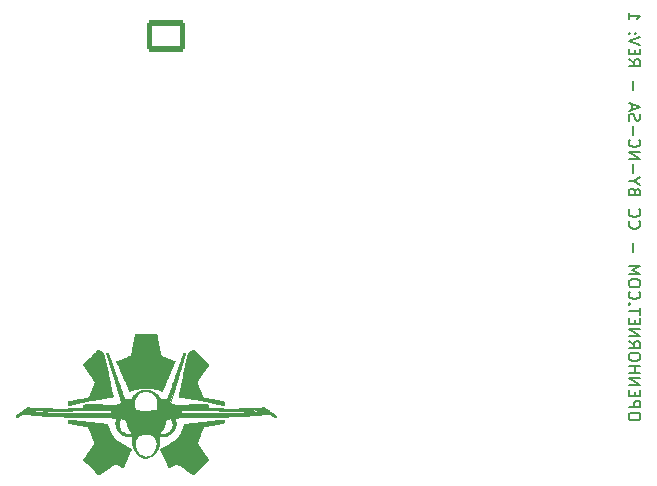
<source format=gbr>
%TF.GenerationSoftware,KiCad,Pcbnew,(6.0.9)*%
%TF.CreationDate,2023-03-29T13:56:58-08:00*%
%TF.ProjectId,ABSIS_Pit Management System,41425349-535f-4506-9974-204d616e6167,1*%
%TF.SameCoordinates,Original*%
%TF.FileFunction,Legend,Bot*%
%TF.FilePolarity,Positive*%
%FSLAX46Y46*%
G04 Gerber Fmt 4.6, Leading zero omitted, Abs format (unit mm)*
G04 Created by KiCad (PCBNEW (6.0.9)) date 2023-03-29 13:56:58*
%MOMM*%
%LPD*%
G01*
G04 APERTURE LIST*
G04 Aperture macros list*
%AMRoundRect*
0 Rectangle with rounded corners*
0 $1 Rounding radius*
0 $2 $3 $4 $5 $6 $7 $8 $9 X,Y pos of 4 corners*
0 Add a 4 corners polygon primitive as box body*
4,1,4,$2,$3,$4,$5,$6,$7,$8,$9,$2,$3,0*
0 Add four circle primitives for the rounded corners*
1,1,$1+$1,$2,$3*
1,1,$1+$1,$4,$5*
1,1,$1+$1,$6,$7*
1,1,$1+$1,$8,$9*
0 Add four rect primitives between the rounded corners*
20,1,$1+$1,$2,$3,$4,$5,0*
20,1,$1+$1,$4,$5,$6,$7,0*
20,1,$1+$1,$6,$7,$8,$9,0*
20,1,$1+$1,$8,$9,$2,$3,0*%
G04 Aperture macros list end*
%ADD10C,0.150000*%
%ADD11C,0.010000*%
%ADD12R,1.700000X1.700000*%
%ADD13O,1.700000X1.700000*%
%ADD14C,3.200000*%
%ADD15R,1.600000X1.600000*%
%ADD16O,1.600000X1.600000*%
%ADD17C,3.000000*%
%ADD18RoundRect,0.250001X-1.399999X1.099999X-1.399999X-1.099999X1.399999X-1.099999X1.399999X1.099999X0*%
%ADD19O,3.300000X2.700000*%
G04 APERTURE END LIST*
D10*
X53463619Y9564191D02*
X53463619Y9754667D01*
X53416000Y9849905D01*
X53320761Y9945143D01*
X53130285Y9992762D01*
X52796952Y9992762D01*
X52606476Y9945143D01*
X52511238Y9849905D01*
X52463619Y9754667D01*
X52463619Y9564191D01*
X52511238Y9468953D01*
X52606476Y9373715D01*
X52796952Y9326096D01*
X53130285Y9326096D01*
X53320761Y9373715D01*
X53416000Y9468953D01*
X53463619Y9564191D01*
X52463619Y10421334D02*
X53463619Y10421334D01*
X53463619Y10802286D01*
X53416000Y10897524D01*
X53368380Y10945143D01*
X53273142Y10992762D01*
X53130285Y10992762D01*
X53035047Y10945143D01*
X52987428Y10897524D01*
X52939809Y10802286D01*
X52939809Y10421334D01*
X52987428Y11421334D02*
X52987428Y11754667D01*
X52463619Y11897524D02*
X52463619Y11421334D01*
X53463619Y11421334D01*
X53463619Y11897524D01*
X52463619Y12326096D02*
X53463619Y12326096D01*
X52463619Y12897524D01*
X53463619Y12897524D01*
X52463619Y13373715D02*
X53463619Y13373715D01*
X52987428Y13373715D02*
X52987428Y13945143D01*
X52463619Y13945143D02*
X53463619Y13945143D01*
X53463619Y14611810D02*
X53463619Y14802286D01*
X53416000Y14897524D01*
X53320761Y14992762D01*
X53130285Y15040381D01*
X52796952Y15040381D01*
X52606476Y14992762D01*
X52511238Y14897524D01*
X52463619Y14802286D01*
X52463619Y14611810D01*
X52511238Y14516572D01*
X52606476Y14421334D01*
X52796952Y14373715D01*
X53130285Y14373715D01*
X53320761Y14421334D01*
X53416000Y14516572D01*
X53463619Y14611810D01*
X52463619Y16040381D02*
X52939809Y15707048D01*
X52463619Y15468953D02*
X53463619Y15468953D01*
X53463619Y15849905D01*
X53416000Y15945143D01*
X53368380Y15992762D01*
X53273142Y16040381D01*
X53130285Y16040381D01*
X53035047Y15992762D01*
X52987428Y15945143D01*
X52939809Y15849905D01*
X52939809Y15468953D01*
X52463619Y16468953D02*
X53463619Y16468953D01*
X52463619Y17040381D01*
X53463619Y17040381D01*
X52987428Y17516572D02*
X52987428Y17849905D01*
X52463619Y17992762D02*
X52463619Y17516572D01*
X53463619Y17516572D01*
X53463619Y17992762D01*
X53463619Y18278477D02*
X53463619Y18849905D01*
X52463619Y18564191D02*
X53463619Y18564191D01*
X52558857Y19183239D02*
X52511238Y19230858D01*
X52463619Y19183239D01*
X52511238Y19135620D01*
X52558857Y19183239D01*
X52463619Y19183239D01*
X52558857Y20230858D02*
X52511238Y20183239D01*
X52463619Y20040381D01*
X52463619Y19945143D01*
X52511238Y19802286D01*
X52606476Y19707048D01*
X52701714Y19659429D01*
X52892190Y19611810D01*
X53035047Y19611810D01*
X53225523Y19659429D01*
X53320761Y19707048D01*
X53416000Y19802286D01*
X53463619Y19945143D01*
X53463619Y20040381D01*
X53416000Y20183239D01*
X53368380Y20230858D01*
X53463619Y20849905D02*
X53463619Y21040381D01*
X53416000Y21135620D01*
X53320761Y21230858D01*
X53130285Y21278477D01*
X52796952Y21278477D01*
X52606476Y21230858D01*
X52511238Y21135620D01*
X52463619Y21040381D01*
X52463619Y20849905D01*
X52511238Y20754667D01*
X52606476Y20659429D01*
X52796952Y20611810D01*
X53130285Y20611810D01*
X53320761Y20659429D01*
X53416000Y20754667D01*
X53463619Y20849905D01*
X52463619Y21707048D02*
X53463619Y21707048D01*
X52749333Y22040381D01*
X53463619Y22373715D01*
X52463619Y22373715D01*
X52844571Y23611810D02*
X52844571Y24373715D01*
X52558857Y26183239D02*
X52511238Y26135620D01*
X52463619Y25992762D01*
X52463619Y25897524D01*
X52511238Y25754667D01*
X52606476Y25659429D01*
X52701714Y25611810D01*
X52892190Y25564191D01*
X53035047Y25564191D01*
X53225523Y25611810D01*
X53320761Y25659429D01*
X53416000Y25754667D01*
X53463619Y25897524D01*
X53463619Y25992762D01*
X53416000Y26135620D01*
X53368380Y26183239D01*
X52558857Y27183239D02*
X52511238Y27135620D01*
X52463619Y26992762D01*
X52463619Y26897524D01*
X52511238Y26754667D01*
X52606476Y26659429D01*
X52701714Y26611810D01*
X52892190Y26564191D01*
X53035047Y26564191D01*
X53225523Y26611810D01*
X53320761Y26659429D01*
X53416000Y26754667D01*
X53463619Y26897524D01*
X53463619Y26992762D01*
X53416000Y27135620D01*
X53368380Y27183239D01*
X52987428Y28707048D02*
X52939809Y28849905D01*
X52892190Y28897524D01*
X52796952Y28945143D01*
X52654095Y28945143D01*
X52558857Y28897524D01*
X52511238Y28849905D01*
X52463619Y28754667D01*
X52463619Y28373715D01*
X53463619Y28373715D01*
X53463619Y28707048D01*
X53416000Y28802286D01*
X53368380Y28849905D01*
X53273142Y28897524D01*
X53177904Y28897524D01*
X53082666Y28849905D01*
X53035047Y28802286D01*
X52987428Y28707048D01*
X52987428Y28373715D01*
X52939809Y29564191D02*
X52463619Y29564191D01*
X53463619Y29230858D02*
X52939809Y29564191D01*
X53463619Y29897524D01*
X52844571Y30230858D02*
X52844571Y30992762D01*
X52463619Y31468953D02*
X53463619Y31468953D01*
X52463619Y32040381D01*
X53463619Y32040381D01*
X52558857Y33088000D02*
X52511238Y33040381D01*
X52463619Y32897524D01*
X52463619Y32802286D01*
X52511238Y32659429D01*
X52606476Y32564191D01*
X52701714Y32516572D01*
X52892190Y32468953D01*
X53035047Y32468953D01*
X53225523Y32516572D01*
X53320761Y32564191D01*
X53416000Y32659429D01*
X53463619Y32802286D01*
X53463619Y32897524D01*
X53416000Y33040381D01*
X53368380Y33088000D01*
X52844571Y33516572D02*
X52844571Y34278477D01*
X52511238Y34707048D02*
X52463619Y34849905D01*
X52463619Y35088000D01*
X52511238Y35183239D01*
X52558857Y35230858D01*
X52654095Y35278477D01*
X52749333Y35278477D01*
X52844571Y35230858D01*
X52892190Y35183239D01*
X52939809Y35088000D01*
X52987428Y34897524D01*
X53035047Y34802286D01*
X53082666Y34754667D01*
X53177904Y34707048D01*
X53273142Y34707048D01*
X53368380Y34754667D01*
X53416000Y34802286D01*
X53463619Y34897524D01*
X53463619Y35135620D01*
X53416000Y35278477D01*
X52749333Y35659429D02*
X52749333Y36135620D01*
X52463619Y35564191D02*
X53463619Y35897524D01*
X52463619Y36230858D01*
X52844571Y37326096D02*
X52844571Y38088000D01*
X52463619Y39897524D02*
X52939809Y39564191D01*
X52463619Y39326096D02*
X53463619Y39326096D01*
X53463619Y39707048D01*
X53416000Y39802286D01*
X53368380Y39849905D01*
X53273142Y39897524D01*
X53130285Y39897524D01*
X53035047Y39849905D01*
X52987428Y39802286D01*
X52939809Y39707048D01*
X52939809Y39326096D01*
X52987428Y40326096D02*
X52987428Y40659429D01*
X52463619Y40802286D02*
X52463619Y40326096D01*
X53463619Y40326096D01*
X53463619Y40802286D01*
X53463619Y41088000D02*
X52463619Y41421334D01*
X53463619Y41754667D01*
X52558857Y42088000D02*
X52511238Y42135620D01*
X52463619Y42088000D01*
X52511238Y42040381D01*
X52558857Y42088000D01*
X52463619Y42088000D01*
X53082666Y42088000D02*
X53035047Y42135620D01*
X52987428Y42088000D01*
X53035047Y42040381D01*
X53082666Y42088000D01*
X52987428Y42088000D01*
X52463619Y43849905D02*
X52463619Y43278477D01*
X52463619Y43564191D02*
X53463619Y43564191D01*
X53320761Y43468953D01*
X53225523Y43373715D01*
X53177904Y43278477D01*
%TO.C,LOGO2*%
G36*
X11873497Y16635372D02*
G01*
X11980426Y16635262D01*
X12073623Y16635029D01*
X12154066Y16634628D01*
X12222729Y16634015D01*
X12280589Y16633146D01*
X12328623Y16631977D01*
X12367806Y16630461D01*
X12399115Y16628557D01*
X12423526Y16626217D01*
X12442015Y16623399D01*
X12455559Y16620058D01*
X12465133Y16616150D01*
X12471714Y16611629D01*
X12476278Y16606452D01*
X12479802Y16600573D01*
X12483261Y16593949D01*
X12484785Y16588587D01*
X12489447Y16567476D01*
X12496805Y16531620D01*
X12506642Y16482154D01*
X12518738Y16420211D01*
X12532878Y16346927D01*
X12548844Y16263434D01*
X12566418Y16170868D01*
X12585382Y16070363D01*
X12605520Y15963053D01*
X12626613Y15850072D01*
X12648444Y15732554D01*
X12671709Y15607443D01*
X12695581Y15480047D01*
X12717860Y15362187D01*
X12738391Y15254654D01*
X12757019Y15158241D01*
X12773589Y15073741D01*
X12787944Y15001946D01*
X12799930Y14943648D01*
X12809391Y14899640D01*
X12816171Y14870714D01*
X12820116Y14857663D01*
X12821129Y14855744D01*
X12839114Y14830867D01*
X12860790Y14811054D01*
X12869953Y14806367D01*
X12894166Y14795407D01*
X12931649Y14779090D01*
X12981095Y14757965D01*
X13041195Y14732581D01*
X13110641Y14703489D01*
X13188125Y14671237D01*
X13272340Y14636376D01*
X13361978Y14599456D01*
X13455730Y14561025D01*
X13478953Y14551521D01*
X13585628Y14507685D01*
X13682456Y14467586D01*
X13768699Y14431542D01*
X13843624Y14399866D01*
X13906493Y14372874D01*
X13956572Y14350882D01*
X13993124Y14334204D01*
X14015414Y14323156D01*
X14022706Y14318054D01*
X14021224Y14314308D01*
X14013568Y14296221D01*
X13999725Y14263973D01*
X13980055Y14218398D01*
X13954923Y14160329D01*
X13924689Y14090599D01*
X13889716Y14010041D01*
X13850367Y13919490D01*
X13807003Y13819779D01*
X13759987Y13711740D01*
X13709681Y13596208D01*
X13656447Y13474016D01*
X13600647Y13345998D01*
X13542644Y13212986D01*
X13482800Y13075815D01*
X13444490Y12988056D01*
X13385761Y12853658D01*
X13329058Y12724059D01*
X13274744Y12600083D01*
X13223185Y12482555D01*
X13174744Y12372302D01*
X13129785Y12270148D01*
X13088672Y12176918D01*
X13051769Y12093438D01*
X13019440Y12020533D01*
X12992050Y11959028D01*
X12969962Y11909748D01*
X12953540Y11873518D01*
X12943149Y11851164D01*
X12939152Y11843511D01*
X12932945Y11844850D01*
X12912637Y11850353D01*
X12881058Y11859370D01*
X12840991Y11871106D01*
X12795219Y11884762D01*
X12709728Y11909652D01*
X12586611Y11942986D01*
X12459610Y11974764D01*
X12332019Y12004263D01*
X12207130Y12030763D01*
X12088239Y12053541D01*
X11978637Y12071874D01*
X11881618Y12085042D01*
X11848080Y12088283D01*
X11783859Y12092275D01*
X11709474Y12094847D01*
X11628307Y12096041D01*
X11543742Y12095897D01*
X11459161Y12094458D01*
X11377946Y12091764D01*
X11303482Y12087857D01*
X11239150Y12082778D01*
X11188333Y12076568D01*
X11101083Y12061791D01*
X10978333Y12038260D01*
X10847302Y12010493D01*
X10712237Y11979473D01*
X10577384Y11946183D01*
X10446992Y11911606D01*
X10325306Y11876727D01*
X10298791Y11868855D01*
X10258003Y11857256D01*
X10229687Y11850250D01*
X10211449Y11847388D01*
X10200896Y11848218D01*
X10195637Y11852289D01*
X10193767Y11856149D01*
X10185392Y11874374D01*
X10170715Y11906705D01*
X10150110Y11952310D01*
X10123951Y12010357D01*
X10092610Y12080015D01*
X10056462Y12160450D01*
X10015880Y12250832D01*
X9971238Y12350327D01*
X9922909Y12458105D01*
X9871266Y12573332D01*
X9816683Y12695178D01*
X9759534Y12822809D01*
X9700193Y12955394D01*
X9639032Y13092101D01*
X9623963Y13125790D01*
X9551129Y13288721D01*
X9484934Y13436964D01*
X9425106Y13571143D01*
X9371375Y13691883D01*
X9323468Y13799809D01*
X9281114Y13895546D01*
X9244042Y13979717D01*
X9211979Y14052949D01*
X9184656Y14115864D01*
X9161799Y14169089D01*
X9143137Y14213247D01*
X9128400Y14248963D01*
X9117315Y14276862D01*
X9109610Y14297569D01*
X9105016Y14311707D01*
X9103259Y14319903D01*
X9104068Y14322780D01*
X9111794Y14325173D01*
X9134942Y14333699D01*
X9170892Y14347653D01*
X9218144Y14366413D01*
X9275199Y14389357D01*
X9340559Y14415864D01*
X9412723Y14445311D01*
X9490193Y14477076D01*
X9571470Y14510539D01*
X9655054Y14545076D01*
X9739447Y14580066D01*
X9823149Y14614888D01*
X9904661Y14648918D01*
X9982484Y14681536D01*
X10055118Y14712119D01*
X10121066Y14740045D01*
X10178826Y14764694D01*
X10226901Y14785442D01*
X10263792Y14801667D01*
X10287998Y14812749D01*
X10298021Y14818065D01*
X10314185Y14835852D01*
X10329586Y14858738D01*
X10331325Y14864366D01*
X10336371Y14885998D01*
X10344113Y14922383D01*
X10354328Y14972372D01*
X10366793Y15034817D01*
X10381282Y15108572D01*
X10397574Y15192488D01*
X10415445Y15285419D01*
X10434669Y15386215D01*
X10455026Y15493730D01*
X10476289Y15606815D01*
X10498237Y15724324D01*
X10512799Y15802431D01*
X10534253Y15917042D01*
X10554829Y16026430D01*
X10574307Y16129452D01*
X10592469Y16224965D01*
X10609093Y16311826D01*
X10623959Y16388892D01*
X10636849Y16455021D01*
X10647543Y16509069D01*
X10655820Y16549895D01*
X10661460Y16576354D01*
X10664244Y16587305D01*
X10677221Y16605045D01*
X10697178Y16621301D01*
X10701041Y16623196D01*
X10707730Y16625290D01*
X10717474Y16627132D01*
X10731264Y16628738D01*
X10750091Y16630124D01*
X10774947Y16631306D01*
X10806823Y16632299D01*
X10846710Y16633120D01*
X10895600Y16633785D01*
X10954484Y16634309D01*
X11024353Y16634709D01*
X11106199Y16635001D01*
X11201013Y16635200D01*
X11309787Y16635322D01*
X11433511Y16635383D01*
X11573177Y16635400D01*
X11614539Y16635400D01*
X11751860Y16635403D01*
X11873497Y16635372D01*
G37*
D11*
X11873497Y16635372D02*
X11980426Y16635262D01*
X12073623Y16635029D01*
X12154066Y16634628D01*
X12222729Y16634015D01*
X12280589Y16633146D01*
X12328623Y16631977D01*
X12367806Y16630461D01*
X12399115Y16628557D01*
X12423526Y16626217D01*
X12442015Y16623399D01*
X12455559Y16620058D01*
X12465133Y16616150D01*
X12471714Y16611629D01*
X12476278Y16606452D01*
X12479802Y16600573D01*
X12483261Y16593949D01*
X12484785Y16588587D01*
X12489447Y16567476D01*
X12496805Y16531620D01*
X12506642Y16482154D01*
X12518738Y16420211D01*
X12532878Y16346927D01*
X12548844Y16263434D01*
X12566418Y16170868D01*
X12585382Y16070363D01*
X12605520Y15963053D01*
X12626613Y15850072D01*
X12648444Y15732554D01*
X12671709Y15607443D01*
X12695581Y15480047D01*
X12717860Y15362187D01*
X12738391Y15254654D01*
X12757019Y15158241D01*
X12773589Y15073741D01*
X12787944Y15001946D01*
X12799930Y14943648D01*
X12809391Y14899640D01*
X12816171Y14870714D01*
X12820116Y14857663D01*
X12821129Y14855744D01*
X12839114Y14830867D01*
X12860790Y14811054D01*
X12869953Y14806367D01*
X12894166Y14795407D01*
X12931649Y14779090D01*
X12981095Y14757965D01*
X13041195Y14732581D01*
X13110641Y14703489D01*
X13188125Y14671237D01*
X13272340Y14636376D01*
X13361978Y14599456D01*
X13455730Y14561025D01*
X13478953Y14551521D01*
X13585628Y14507685D01*
X13682456Y14467586D01*
X13768699Y14431542D01*
X13843624Y14399866D01*
X13906493Y14372874D01*
X13956572Y14350882D01*
X13993124Y14334204D01*
X14015414Y14323156D01*
X14022706Y14318054D01*
X14021224Y14314308D01*
X14013568Y14296221D01*
X13999725Y14263973D01*
X13980055Y14218398D01*
X13954923Y14160329D01*
X13924689Y14090599D01*
X13889716Y14010041D01*
X13850367Y13919490D01*
X13807003Y13819779D01*
X13759987Y13711740D01*
X13709681Y13596208D01*
X13656447Y13474016D01*
X13600647Y13345998D01*
X13542644Y13212986D01*
X13482800Y13075815D01*
X13444490Y12988056D01*
X13385761Y12853658D01*
X13329058Y12724059D01*
X13274744Y12600083D01*
X13223185Y12482555D01*
X13174744Y12372302D01*
X13129785Y12270148D01*
X13088672Y12176918D01*
X13051769Y12093438D01*
X13019440Y12020533D01*
X12992050Y11959028D01*
X12969962Y11909748D01*
X12953540Y11873518D01*
X12943149Y11851164D01*
X12939152Y11843511D01*
X12932945Y11844850D01*
X12912637Y11850353D01*
X12881058Y11859370D01*
X12840991Y11871106D01*
X12795219Y11884762D01*
X12709728Y11909652D01*
X12586611Y11942986D01*
X12459610Y11974764D01*
X12332019Y12004263D01*
X12207130Y12030763D01*
X12088239Y12053541D01*
X11978637Y12071874D01*
X11881618Y12085042D01*
X11848080Y12088283D01*
X11783859Y12092275D01*
X11709474Y12094847D01*
X11628307Y12096041D01*
X11543742Y12095897D01*
X11459161Y12094458D01*
X11377946Y12091764D01*
X11303482Y12087857D01*
X11239150Y12082778D01*
X11188333Y12076568D01*
X11101083Y12061791D01*
X10978333Y12038260D01*
X10847302Y12010493D01*
X10712237Y11979473D01*
X10577384Y11946183D01*
X10446992Y11911606D01*
X10325306Y11876727D01*
X10298791Y11868855D01*
X10258003Y11857256D01*
X10229687Y11850250D01*
X10211449Y11847388D01*
X10200896Y11848218D01*
X10195637Y11852289D01*
X10193767Y11856149D01*
X10185392Y11874374D01*
X10170715Y11906705D01*
X10150110Y11952310D01*
X10123951Y12010357D01*
X10092610Y12080015D01*
X10056462Y12160450D01*
X10015880Y12250832D01*
X9971238Y12350327D01*
X9922909Y12458105D01*
X9871266Y12573332D01*
X9816683Y12695178D01*
X9759534Y12822809D01*
X9700193Y12955394D01*
X9639032Y13092101D01*
X9623963Y13125790D01*
X9551129Y13288721D01*
X9484934Y13436964D01*
X9425106Y13571143D01*
X9371375Y13691883D01*
X9323468Y13799809D01*
X9281114Y13895546D01*
X9244042Y13979717D01*
X9211979Y14052949D01*
X9184656Y14115864D01*
X9161799Y14169089D01*
X9143137Y14213247D01*
X9128400Y14248963D01*
X9117315Y14276862D01*
X9109610Y14297569D01*
X9105016Y14311707D01*
X9103259Y14319903D01*
X9104068Y14322780D01*
X9111794Y14325173D01*
X9134942Y14333699D01*
X9170892Y14347653D01*
X9218144Y14366413D01*
X9275199Y14389357D01*
X9340559Y14415864D01*
X9412723Y14445311D01*
X9490193Y14477076D01*
X9571470Y14510539D01*
X9655054Y14545076D01*
X9739447Y14580066D01*
X9823149Y14614888D01*
X9904661Y14648918D01*
X9982484Y14681536D01*
X10055118Y14712119D01*
X10121066Y14740045D01*
X10178826Y14764694D01*
X10226901Y14785442D01*
X10263792Y14801667D01*
X10287998Y14812749D01*
X10298021Y14818065D01*
X10314185Y14835852D01*
X10329586Y14858738D01*
X10331325Y14864366D01*
X10336371Y14885998D01*
X10344113Y14922383D01*
X10354328Y14972372D01*
X10366793Y15034817D01*
X10381282Y15108572D01*
X10397574Y15192488D01*
X10415445Y15285419D01*
X10434669Y15386215D01*
X10455026Y15493730D01*
X10476289Y15606815D01*
X10498237Y15724324D01*
X10512799Y15802431D01*
X10534253Y15917042D01*
X10554829Y16026430D01*
X10574307Y16129452D01*
X10592469Y16224965D01*
X10609093Y16311826D01*
X10623959Y16388892D01*
X10636849Y16455021D01*
X10647543Y16509069D01*
X10655820Y16549895D01*
X10661460Y16576354D01*
X10664244Y16587305D01*
X10677221Y16605045D01*
X10697178Y16621301D01*
X10701041Y16623196D01*
X10707730Y16625290D01*
X10717474Y16627132D01*
X10731264Y16628738D01*
X10750091Y16630124D01*
X10774947Y16631306D01*
X10806823Y16632299D01*
X10846710Y16633120D01*
X10895600Y16633785D01*
X10954484Y16634309D01*
X11024353Y16634709D01*
X11106199Y16635001D01*
X11201013Y16635200D01*
X11309787Y16635322D01*
X11433511Y16635383D01*
X11573177Y16635400D01*
X11614539Y16635400D01*
X11751860Y16635403D01*
X11873497Y16635372D01*
G36*
X22195543Y10021558D02*
G01*
X22261811Y9972871D01*
X22323275Y9927417D01*
X22378512Y9886223D01*
X22426101Y9850319D01*
X22464621Y9820735D01*
X22492648Y9798498D01*
X22508762Y9784638D01*
X22535703Y9756381D01*
X22555390Y9728255D01*
X22566930Y9699377D01*
X22570158Y9686243D01*
X22573877Y9661994D01*
X22573148Y9646713D01*
X22571318Y9643128D01*
X22554080Y9631263D01*
X22523175Y9626342D01*
X22480188Y9628673D01*
X22466056Y9631031D01*
X22451181Y9635342D01*
X22434201Y9642679D01*
X22413177Y9654190D01*
X22386172Y9671022D01*
X22351247Y9694319D01*
X22306465Y9725230D01*
X22249887Y9764900D01*
X22237509Y9773609D01*
X22184066Y9811043D01*
X22142229Y9839880D01*
X22110202Y9861171D01*
X22086191Y9875970D01*
X22068399Y9885329D01*
X22055033Y9890303D01*
X22044297Y9891943D01*
X22034396Y9891303D01*
X22029471Y9890703D01*
X22007194Y9888375D01*
X21969821Y9884704D01*
X21918555Y9879799D01*
X21854598Y9873769D01*
X21779153Y9866722D01*
X21693422Y9858768D01*
X21598610Y9850017D01*
X21495918Y9840576D01*
X21386549Y9830556D01*
X21271705Y9820066D01*
X21152591Y9809214D01*
X21030407Y9798110D01*
X20906358Y9786862D01*
X20781646Y9775581D01*
X20657473Y9764374D01*
X20535043Y9753351D01*
X20415558Y9742622D01*
X20300221Y9732295D01*
X20190234Y9722480D01*
X20086801Y9713285D01*
X19991124Y9704820D01*
X19904406Y9697194D01*
X19827850Y9690515D01*
X19762658Y9684894D01*
X19710033Y9680439D01*
X19688746Y9678843D01*
X19643214Y9676218D01*
X19585866Y9673733D01*
X19516063Y9671374D01*
X19433166Y9669126D01*
X19336534Y9666972D01*
X19225528Y9664899D01*
X19099508Y9662891D01*
X18957834Y9660933D01*
X18799867Y9659010D01*
X18672333Y9657526D01*
X18532926Y9655865D01*
X18387461Y9654099D01*
X18238811Y9652263D01*
X18089850Y9650395D01*
X17943452Y9648529D01*
X17802491Y9646703D01*
X17669841Y9644954D01*
X17548374Y9643316D01*
X17440967Y9641827D01*
X17347274Y9640506D01*
X17087040Y9636838D01*
X16843026Y9633401D01*
X16614702Y9630183D01*
X16401538Y9627174D01*
X16203007Y9624365D01*
X16018577Y9621744D01*
X15847721Y9619300D01*
X15689908Y9617024D01*
X15544610Y9614906D01*
X15411296Y9612933D01*
X15289438Y9611097D01*
X15178507Y9609386D01*
X15077973Y9607791D01*
X14987307Y9606300D01*
X14905979Y9604904D01*
X14833460Y9603592D01*
X14769221Y9602353D01*
X14712732Y9601176D01*
X14663465Y9600053D01*
X14620890Y9598971D01*
X14584477Y9597921D01*
X14553697Y9596892D01*
X14528022Y9595874D01*
X14506921Y9594856D01*
X14489865Y9593827D01*
X14476326Y9592779D01*
X14465773Y9591698D01*
X14457677Y9590577D01*
X14451509Y9589403D01*
X14446741Y9588167D01*
X14442841Y9586857D01*
X14439282Y9585465D01*
X14435534Y9583978D01*
X14431067Y9582387D01*
X14395137Y9572861D01*
X14338590Y9562933D01*
X14271835Y9555347D01*
X14198539Y9550504D01*
X14122367Y9548801D01*
X14085850Y9548632D01*
X14054084Y9548139D01*
X14032577Y9547399D01*
X14024667Y9546491D01*
X14025096Y9544959D01*
X14029880Y9531566D01*
X14038846Y9507611D01*
X14050582Y9476880D01*
X14069061Y9425685D01*
X14101874Y9310800D01*
X14122665Y9197471D01*
X14130981Y9088636D01*
X14126365Y8987233D01*
X14123246Y8962473D01*
X14117397Y8927287D01*
X14114251Y8908355D01*
X14101961Y8857031D01*
X14085292Y8805736D01*
X14063158Y8751702D01*
X14034475Y8692163D01*
X13998156Y8624351D01*
X13953118Y8545501D01*
X13923418Y8496114D01*
X13887298Y8441700D01*
X13850265Y8393639D01*
X13808179Y8346658D01*
X13756901Y8295482D01*
X13682647Y8229738D01*
X13578401Y8155098D01*
X13466078Y8094163D01*
X13343119Y8045389D01*
X13276830Y8025528D01*
X13160636Y8001948D01*
X13047280Y7993227D01*
X12938375Y7999445D01*
X12835531Y8020680D01*
X12818145Y8025594D01*
X12788015Y8033438D01*
X12766483Y8038126D01*
X12757353Y8038775D01*
X12756653Y8037016D01*
X12754372Y8021925D01*
X12751712Y7994344D01*
X12748866Y7957519D01*
X12746026Y7914696D01*
X12743386Y7869121D01*
X12741137Y7824042D01*
X12739474Y7782703D01*
X12738588Y7748352D01*
X12738673Y7724234D01*
X12740166Y7678009D01*
X12741723Y7593782D01*
X12740838Y7520966D01*
X12737015Y7455901D01*
X12731161Y7406734D01*
X12729756Y7394933D01*
X12718564Y7334402D01*
X12702943Y7270653D01*
X12682395Y7200027D01*
X12656423Y7118867D01*
X12631657Y7048117D01*
X12589135Y6942732D01*
X12542699Y6844569D01*
X12493921Y6756860D01*
X12444372Y6682834D01*
X12424123Y6656861D01*
X12377769Y6602659D01*
X12324037Y6545008D01*
X12266401Y6487331D01*
X12208337Y6433053D01*
X12153321Y6385595D01*
X12104826Y6348381D01*
X12080741Y6331869D01*
X11981754Y6271833D01*
X11881207Y6222690D01*
X11782209Y6185826D01*
X11687867Y6162627D01*
X11638187Y6157262D01*
X11573441Y6156503D01*
X11504523Y6160812D01*
X11437599Y6169783D01*
X11378833Y6183009D01*
X11313988Y6204228D01*
X11194915Y6256544D01*
X11078612Y6325387D01*
X10964954Y6410835D01*
X10853816Y6512968D01*
X10795753Y6573791D01*
X10722984Y6659842D01*
X10661119Y6747170D01*
X10607225Y6840040D01*
X10558370Y6942720D01*
X10528269Y7015603D01*
X10487961Y7126945D01*
X10454858Y7236497D01*
X10429507Y7341875D01*
X10423290Y7377902D01*
X10644974Y7377902D01*
X10654151Y7277577D01*
X10673963Y7171169D01*
X10704050Y7060657D01*
X10744049Y6948019D01*
X10793602Y6835234D01*
X10830843Y6765315D01*
X10893638Y6669412D01*
X10965995Y6579719D01*
X11046101Y6497726D01*
X11132142Y6424923D01*
X11222305Y6362800D01*
X11314775Y6312848D01*
X11407738Y6276556D01*
X11499382Y6255415D01*
X11526697Y6251813D01*
X11571721Y6248451D01*
X11613456Y6249900D01*
X11660456Y6256202D01*
X11722794Y6270284D01*
X11815567Y6303949D01*
X11908913Y6352078D01*
X12001040Y6413434D01*
X12090157Y6486782D01*
X12174471Y6570885D01*
X12252191Y6664506D01*
X12263752Y6680182D01*
X12327299Y6780211D01*
X12383041Y6893624D01*
X12431520Y7021500D01*
X12437575Y7039899D01*
X12463827Y7125877D01*
X12482902Y7201640D01*
X12495540Y7271097D01*
X12502481Y7338159D01*
X12504466Y7406734D01*
X12504266Y7436303D01*
X12503159Y7474752D01*
X12500277Y7505434D01*
X12494692Y7534051D01*
X12485474Y7566304D01*
X12471695Y7607893D01*
X12442246Y7683036D01*
X12405009Y7759746D01*
X12362345Y7834006D01*
X12316451Y7902281D01*
X12269526Y7961035D01*
X12223770Y8006729D01*
X12187260Y8034596D01*
X12117412Y8075928D01*
X12035362Y8112919D01*
X11943864Y8144660D01*
X11845671Y8170244D01*
X11743535Y8188761D01*
X11640211Y8199303D01*
X11587885Y8201124D01*
X11476243Y8196804D01*
X11363428Y8182215D01*
X11252828Y8158174D01*
X11147830Y8125495D01*
X11051819Y8084995D01*
X10968183Y8037489D01*
X10951865Y8025804D01*
X10902824Y7981728D01*
X10853090Y7925093D01*
X10804597Y7858916D01*
X10759278Y7786215D01*
X10719066Y7710006D01*
X10685894Y7633307D01*
X10661696Y7559134D01*
X10659966Y7552389D01*
X10646792Y7470166D01*
X10644974Y7377902D01*
X10423290Y7377902D01*
X10412455Y7440695D01*
X10404250Y7530574D01*
X10405439Y7609128D01*
X10405978Y7615687D01*
X10408598Y7655678D01*
X10409963Y7696829D01*
X10410043Y7742285D01*
X10408806Y7795187D01*
X10406223Y7858678D01*
X10402261Y7935900D01*
X10400063Y7972081D01*
X10397234Y8004345D01*
X10393914Y8024124D01*
X10389654Y8033896D01*
X10384000Y8036138D01*
X10381643Y8035786D01*
X10364227Y8032063D01*
X10336598Y8025379D01*
X10303567Y8016885D01*
X10209717Y7998849D01*
X10099330Y7992991D01*
X9985519Y8002100D01*
X9869924Y8025829D01*
X9754189Y8063827D01*
X9639956Y8115748D01*
X9528867Y8181243D01*
X9490508Y8209609D01*
X9445110Y8248207D01*
X9396990Y8293059D01*
X9349408Y8340886D01*
X9305620Y8388412D01*
X9268884Y8432359D01*
X9242456Y8469449D01*
X9192175Y8552123D01*
X9145314Y8633688D01*
X9107366Y8706232D01*
X9077512Y8772013D01*
X9054928Y8833290D01*
X9038794Y8892322D01*
X9030530Y8938761D01*
X9288914Y8938761D01*
X9293513Y8868250D01*
X9304039Y8807967D01*
X9330460Y8725705D01*
X9377337Y8627088D01*
X9438622Y8534203D01*
X9512955Y8449385D01*
X9516340Y8446036D01*
X9606446Y8368586D01*
X9706377Y8303116D01*
X9813266Y8251263D01*
X9924247Y8214662D01*
X10015300Y8196951D01*
X10109008Y8190119D01*
X10197662Y8195375D01*
X10278843Y8212565D01*
X10350133Y8241538D01*
X10370063Y8252377D01*
X10382026Y8261619D01*
X10383362Y8266255D01*
X12756236Y8266255D01*
X12758240Y8264705D01*
X12775141Y8255117D01*
X12801779Y8242410D01*
X12833157Y8228777D01*
X12864274Y8216411D01*
X12890133Y8207505D01*
X12927857Y8199164D01*
X12979954Y8192749D01*
X13036840Y8189613D01*
X13092246Y8190084D01*
X13139900Y8194488D01*
X13144319Y8195191D01*
X13235103Y8216151D01*
X13329697Y8249263D01*
X13423072Y8292503D01*
X13510203Y8343840D01*
X13561172Y8381903D01*
X13617619Y8432180D01*
X13671891Y8488022D01*
X13719694Y8544991D01*
X13756734Y8598649D01*
X13776258Y8632967D01*
X13820097Y8729053D01*
X13848434Y8826744D01*
X13861367Y8927287D01*
X13858995Y9031928D01*
X13841415Y9141912D01*
X13808726Y9258487D01*
X13804568Y9270535D01*
X13791423Y9305767D01*
X13775418Y9345849D01*
X13757852Y9387839D01*
X13740019Y9428793D01*
X13723219Y9465769D01*
X13708746Y9495825D01*
X13697900Y9516016D01*
X13691975Y9523401D01*
X13688188Y9522366D01*
X13670482Y9516820D01*
X13640416Y9507133D01*
X13600260Y9494042D01*
X13552288Y9478287D01*
X13498770Y9460605D01*
X13468448Y9450617D01*
X13414542Y9433150D01*
X13365752Y9417698D01*
X13324811Y9405109D01*
X13294451Y9396232D01*
X13277405Y9391914D01*
X13272431Y9390910D01*
X13250700Y9382335D01*
X13241546Y9367927D01*
X13240252Y9362109D01*
X13235447Y9340497D01*
X13227874Y9306419D01*
X13218101Y9262447D01*
X13206703Y9211150D01*
X13194248Y9155101D01*
X13173249Y9062643D01*
X13151303Y8971518D01*
X13131080Y8894276D01*
X13112132Y8829392D01*
X13094011Y8775344D01*
X13076268Y8730610D01*
X13058456Y8693667D01*
X13022532Y8631332D01*
X12977858Y8561225D01*
X12927971Y8488584D01*
X12876181Y8418230D01*
X12825797Y8354979D01*
X12819223Y8347093D01*
X12793769Y8316088D01*
X12773507Y8290647D01*
X12760355Y8273219D01*
X12759607Y8271956D01*
X12756236Y8266255D01*
X10383362Y8266255D01*
X10385006Y8271956D01*
X10378561Y8286384D01*
X10362246Y8307899D01*
X10335618Y8339495D01*
X10296557Y8387496D01*
X10244632Y8456167D01*
X10192897Y8529303D01*
X10145234Y8601381D01*
X10105526Y8666875D01*
X10091759Y8691764D01*
X10076115Y8722754D01*
X10061741Y8755254D01*
X10048063Y8791151D01*
X10034507Y8832332D01*
X10020501Y8880684D01*
X10005471Y8938093D01*
X9988842Y9006447D01*
X9970043Y9087632D01*
X9948498Y9183536D01*
X9904510Y9381304D01*
X9769605Y9422143D01*
X9748883Y9428472D01*
X9694031Y9445660D01*
X9639305Y9463344D01*
X9590080Y9479772D01*
X9551730Y9493192D01*
X9526120Y9502370D01*
X9494562Y9513229D01*
X9471382Y9520651D01*
X9460326Y9523401D01*
X9454915Y9519861D01*
X9443181Y9502789D01*
X9427924Y9473845D01*
X9410171Y9435553D01*
X9390949Y9390438D01*
X9371284Y9341023D01*
X9352205Y9289835D01*
X9334739Y9239396D01*
X9319911Y9192232D01*
X9308751Y9150867D01*
X9297187Y9088043D01*
X9290164Y9013894D01*
X9288914Y8938761D01*
X9030530Y8938761D01*
X9028287Y8951368D01*
X9022585Y9012687D01*
X9020867Y9078536D01*
X9021271Y9104581D01*
X9023805Y9156015D01*
X9028152Y9206360D01*
X9033710Y9247699D01*
X9039558Y9275950D01*
X9051354Y9322864D01*
X9066590Y9376989D01*
X9083827Y9433460D01*
X9101623Y9487413D01*
X9118536Y9533984D01*
X9119489Y9536902D01*
X9118765Y9542308D01*
X9111659Y9545779D01*
X9095532Y9547738D01*
X9067749Y9548605D01*
X9025672Y9548801D01*
X8963727Y9549915D01*
X8889202Y9554185D01*
X8820670Y9561284D01*
X8761752Y9570820D01*
X8716067Y9582400D01*
X8716003Y9582421D01*
X8709315Y9584593D01*
X8702511Y9586585D01*
X8694829Y9588418D01*
X8685503Y9590109D01*
X8673768Y9591679D01*
X8658862Y9593146D01*
X8640018Y9594529D01*
X8616474Y9595848D01*
X8587463Y9597122D01*
X8552223Y9598370D01*
X8509989Y9599611D01*
X8459995Y9600865D01*
X8401478Y9602150D01*
X8333674Y9603486D01*
X8255818Y9604892D01*
X8167145Y9606386D01*
X8066891Y9607990D01*
X7954293Y9609720D01*
X7828584Y9611598D01*
X7689002Y9613641D01*
X7534781Y9615869D01*
X7365158Y9618302D01*
X7179367Y9620957D01*
X7138242Y9621545D01*
X6914262Y9624743D01*
X6706060Y9627711D01*
X6512660Y9630462D01*
X6333079Y9633009D01*
X6166340Y9635367D01*
X6011462Y9637547D01*
X5867466Y9639563D01*
X5733372Y9641428D01*
X5608201Y9643155D01*
X5490974Y9644759D01*
X5380710Y9646251D01*
X5276430Y9647645D01*
X5177155Y9648954D01*
X5081905Y9650191D01*
X4989701Y9651370D01*
X4899563Y9652504D01*
X4810511Y9653606D01*
X4721567Y9654689D01*
X4631750Y9655766D01*
X4540080Y9656850D01*
X4445579Y9657956D01*
X4347267Y9659095D01*
X4233494Y9660440D01*
X4107455Y9662032D01*
X3995937Y9663585D01*
X3897607Y9665134D01*
X3811133Y9666714D01*
X3735183Y9668360D01*
X3668425Y9670109D01*
X3609526Y9671997D01*
X3557155Y9674057D01*
X3509979Y9676327D01*
X3466666Y9678842D01*
X3425884Y9681636D01*
X3386300Y9684747D01*
X3362149Y9686798D01*
X3316988Y9690727D01*
X3257443Y9695977D01*
X3184911Y9702421D01*
X3100791Y9709932D01*
X3006482Y9718383D01*
X2903381Y9727648D01*
X2792887Y9737600D01*
X2676398Y9748112D01*
X2555312Y9759058D01*
X2431028Y9770311D01*
X2304944Y9781744D01*
X2178457Y9793230D01*
X2052967Y9804643D01*
X1929871Y9815856D01*
X1810568Y9826742D01*
X1696456Y9837175D01*
X1588934Y9847027D01*
X1489398Y9856173D01*
X1399249Y9864485D01*
X1319883Y9871837D01*
X1252700Y9878102D01*
X1083367Y9893964D01*
X898641Y9764253D01*
X897072Y9763151D01*
X841054Y9723973D01*
X796782Y9693492D01*
X762296Y9670559D01*
X735636Y9654021D01*
X714844Y9642729D01*
X697960Y9635531D01*
X683024Y9631277D01*
X668078Y9628815D01*
X631560Y9625914D01*
X599631Y9629095D01*
X581089Y9640530D01*
X574746Y9661060D01*
X579414Y9691524D01*
X595162Y9732295D01*
X623673Y9772881D01*
X666199Y9811089D01*
X667308Y9811930D01*
X707006Y9841758D01*
X755604Y9877800D01*
X811691Y9919044D01*
X873855Y9964479D01*
X940685Y10013091D01*
X1010771Y10063869D01*
X1082701Y10115801D01*
X1087820Y10119485D01*
X1674027Y10119485D01*
X1674376Y10119386D01*
X1686012Y10118133D01*
X1713357Y10115741D01*
X1755410Y10112287D01*
X1811171Y10107847D01*
X1879639Y10102498D01*
X1959813Y10096316D01*
X2050692Y10089377D01*
X2151277Y10081759D01*
X2260566Y10073537D01*
X2377558Y10064788D01*
X2501254Y10055588D01*
X2630652Y10046015D01*
X2764752Y10036143D01*
X3851967Y9956313D01*
X6188767Y9934432D01*
X6242173Y9933932D01*
X6439372Y9932088D01*
X6632194Y9930289D01*
X6819940Y9928541D01*
X7001913Y9926850D01*
X7177417Y9925223D01*
X7345752Y9923667D01*
X7506223Y9922186D01*
X7658131Y9920789D01*
X7800778Y9919480D01*
X7933468Y9918268D01*
X8055503Y9917157D01*
X8166185Y9916155D01*
X8264817Y9915267D01*
X8350701Y9914501D01*
X8423141Y9913862D01*
X8481437Y9913357D01*
X8524894Y9912992D01*
X8552813Y9912774D01*
X8564497Y9912709D01*
X8603427Y9912867D01*
X8608552Y10016584D01*
X8611110Y10053937D01*
X8616217Y10102921D01*
X8622651Y10147757D01*
X8629600Y10182053D01*
X8631074Y10187868D01*
X8637586Y10216653D01*
X8640992Y10237466D01*
X8640577Y10246135D01*
X8637077Y10246161D01*
X8618151Y10245783D01*
X8583449Y10244906D01*
X8533679Y10243551D01*
X8469551Y10241738D01*
X8391774Y10239491D01*
X8301057Y10236829D01*
X8198107Y10233775D01*
X8083636Y10230350D01*
X7958350Y10226575D01*
X7822960Y10222471D01*
X7678173Y10218060D01*
X7524700Y10213364D01*
X7363249Y10208404D01*
X7194529Y10203200D01*
X7019248Y10197775D01*
X6838116Y10192150D01*
X6651842Y10186346D01*
X6461135Y10180385D01*
X4286636Y10112306D01*
X3074468Y10156687D01*
X2952008Y10161184D01*
X2813027Y10166323D01*
X2679121Y10171311D01*
X2551278Y10176109D01*
X2430484Y10180679D01*
X2317728Y10184984D01*
X2213996Y10188983D01*
X2120276Y10192640D01*
X2037555Y10195916D01*
X1966820Y10198773D01*
X1909058Y10201172D01*
X1865257Y10203075D01*
X1836404Y10204443D01*
X1823486Y10205239D01*
X1810092Y10206400D01*
X1792932Y10205597D01*
X1776575Y10199898D01*
X1756352Y10187400D01*
X1727594Y10166203D01*
X1717256Y10158274D01*
X1694036Y10139556D01*
X1678658Y10125781D01*
X1674027Y10119485D01*
X1087820Y10119485D01*
X1155063Y10167873D01*
X1226447Y10219074D01*
X1295442Y10268393D01*
X1360636Y10314815D01*
X1420618Y10357330D01*
X1473977Y10394924D01*
X1519302Y10426586D01*
X1555181Y10451304D01*
X1580204Y10468065D01*
X1592959Y10475857D01*
X1606729Y10482030D01*
X1647510Y10494042D01*
X1681045Y10494284D01*
X1705614Y10483367D01*
X1719494Y10461901D01*
X1720965Y10430496D01*
X1717403Y10406227D01*
X1819485Y10401043D01*
X1829764Y10400561D01*
X1859960Y10399275D01*
X1905370Y10397427D01*
X1964921Y10395060D01*
X2037540Y10392215D01*
X2122155Y10388933D01*
X2217693Y10385255D01*
X2323081Y10381222D01*
X2437247Y10376875D01*
X2559119Y10372256D01*
X2687623Y10367405D01*
X2821687Y10362363D01*
X2960239Y10357172D01*
X3102205Y10351874D01*
X4282844Y10307888D01*
X5574472Y10347764D01*
X5623842Y10349289D01*
X5769208Y10353775D01*
X5909779Y10358112D01*
X6044623Y10362272D01*
X6172808Y10366224D01*
X6293398Y10369940D01*
X6405462Y10373393D01*
X6508066Y10376552D01*
X6600278Y10379390D01*
X6681163Y10381877D01*
X6749788Y10383984D01*
X6805221Y10385684D01*
X6846529Y10386947D01*
X6872777Y10387745D01*
X6883034Y10388048D01*
X6883852Y10388071D01*
X6891107Y10388883D01*
X6889954Y10390769D01*
X6879353Y10393931D01*
X6858266Y10398571D01*
X6825654Y10404891D01*
X6780479Y10413093D01*
X6721701Y10423379D01*
X6648282Y10435950D01*
X6559184Y10451009D01*
X6536057Y10454894D01*
X6459690Y10467687D01*
X6398178Y10478202D01*
X6350100Y10487033D01*
X6314031Y10494775D01*
X6288549Y10502023D01*
X6272231Y10509373D01*
X6263654Y10517419D01*
X6261394Y10526757D01*
X6264029Y10537981D01*
X6270136Y10551687D01*
X6278291Y10568470D01*
X6291734Y10594047D01*
X6322510Y10633892D01*
X6361129Y10660952D01*
X6410694Y10677787D01*
X6440440Y10683461D01*
X6499314Y10691358D01*
X6574061Y10698326D01*
X6664054Y10704318D01*
X6768665Y10709288D01*
X6887267Y10713189D01*
X6911395Y10713781D01*
X6941815Y10714337D01*
X6972854Y10714637D01*
X7005416Y10714640D01*
X7040407Y10714303D01*
X7078730Y10713585D01*
X7121290Y10712445D01*
X7168993Y10710840D01*
X7222743Y10708729D01*
X7283444Y10706070D01*
X7352001Y10702821D01*
X7429320Y10698942D01*
X7516304Y10694389D01*
X7613858Y10689123D01*
X7722888Y10683099D01*
X7844298Y10676278D01*
X7978992Y10668618D01*
X8127875Y10660076D01*
X8291853Y10650611D01*
X8471829Y10640182D01*
X9078491Y10604977D01*
X9257322Y10696921D01*
X9287421Y10712484D01*
X9337196Y10738613D01*
X9381605Y10762409D01*
X9418213Y10782542D01*
X9444583Y10797686D01*
X9458281Y10806510D01*
X9480410Y10824155D01*
X9465015Y10876124D01*
X10592077Y10876124D01*
X10592269Y10818800D01*
X10592393Y10803853D01*
X10594505Y10725707D01*
X10598862Y10645992D01*
X10605168Y10567021D01*
X10613123Y10491105D01*
X10622430Y10420558D01*
X10632789Y10357693D01*
X10643901Y10304822D01*
X10655470Y10264259D01*
X10667195Y10238315D01*
X10667802Y10237466D01*
X10674355Y10228293D01*
X10683576Y10218475D01*
X10695313Y10209992D01*
X10710875Y10202660D01*
X10731572Y10196295D01*
X10758714Y10190715D01*
X10793609Y10185734D01*
X10837567Y10181171D01*
X10891898Y10176842D01*
X10957910Y10172563D01*
X11036914Y10168150D01*
X11130219Y10163421D01*
X11239133Y10158192D01*
X11281125Y10156221D01*
X11355689Y10152793D01*
X11424417Y10149726D01*
X11485463Y10147095D01*
X11536980Y10144979D01*
X11577123Y10143455D01*
X11604045Y10142598D01*
X11615900Y10142487D01*
X11618907Y10142702D01*
X11639542Y10143980D01*
X11673995Y10145967D01*
X11719859Y10148535D01*
X11774725Y10151554D01*
X11836185Y10154893D01*
X11901831Y10158424D01*
X11969255Y10162016D01*
X12036049Y10165540D01*
X12099804Y10168866D01*
X12158113Y10171865D01*
X12208567Y10174406D01*
X12213158Y10174637D01*
X12267163Y10177784D01*
X12317198Y10181441D01*
X12360023Y10185318D01*
X12392403Y10189125D01*
X12411100Y10192570D01*
X12449248Y10211086D01*
X12480766Y10242323D01*
X12482876Y10246751D01*
X14509011Y10246751D01*
X14509074Y10242255D01*
X14511738Y10224214D01*
X14516858Y10195687D01*
X14523828Y10160226D01*
X14530770Y10120498D01*
X14538347Y10054993D01*
X14541134Y9994087D01*
X14541134Y9912867D01*
X14822650Y9914048D01*
X14856202Y9914234D01*
X14906206Y9914581D01*
X14971442Y9915080D01*
X15051053Y9915722D01*
X15144184Y9916500D01*
X15249976Y9917406D01*
X15367575Y9918433D01*
X15496124Y9919572D01*
X15634766Y9920816D01*
X15782645Y9922158D01*
X15938904Y9923589D01*
X16102687Y9925102D01*
X16273138Y9926688D01*
X16449401Y9928342D01*
X16630618Y9930053D01*
X16815933Y9931816D01*
X17004491Y9933622D01*
X17195433Y9935463D01*
X19286700Y9955698D01*
X20382699Y10036154D01*
X20414576Y10038495D01*
X20548184Y10048326D01*
X20676844Y10057824D01*
X20799561Y10066914D01*
X20915340Y10075521D01*
X21023187Y10083570D01*
X21122106Y10090987D01*
X21211102Y10097695D01*
X21289180Y10103620D01*
X21355344Y10108688D01*
X21408601Y10112823D01*
X21447954Y10115951D01*
X21472409Y10117995D01*
X21480971Y10118883D01*
X21480483Y10119947D01*
X21471000Y10128711D01*
X21451962Y10144111D01*
X21426372Y10163684D01*
X21369500Y10206213D01*
X20117185Y10159234D01*
X18864870Y10112254D01*
X16688185Y10180306D01*
X16567129Y10184088D01*
X16379088Y10189953D01*
X16195944Y10195652D01*
X16018405Y10201164D01*
X15847179Y10206468D01*
X15682972Y10211542D01*
X15526493Y10216364D01*
X15378448Y10220913D01*
X15239546Y10225167D01*
X15110494Y10229105D01*
X14992000Y10232705D01*
X14884770Y10235945D01*
X14789513Y10238805D01*
X14706936Y10241261D01*
X14637746Y10243294D01*
X14582651Y10244881D01*
X14542359Y10246001D01*
X14517576Y10246631D01*
X14509011Y10246751D01*
X12482876Y10246751D01*
X12499651Y10281946D01*
X12504692Y10302001D01*
X12517625Y10364732D01*
X12529152Y10436729D01*
X12539082Y10515111D01*
X12547222Y10597002D01*
X12553380Y10679523D01*
X12557362Y10759796D01*
X12558978Y10834942D01*
X12558034Y10902082D01*
X12554337Y10958339D01*
X12547697Y11000834D01*
X12540101Y11029166D01*
X12513942Y11102090D01*
X12477255Y11182030D01*
X12431576Y11266068D01*
X12378439Y11351288D01*
X12319378Y11434774D01*
X12263517Y11504148D01*
X12208009Y11561928D01*
X12148907Y11611183D01*
X12081822Y11655566D01*
X12002367Y11698731D01*
X11895740Y11747108D01*
X11785993Y11784495D01*
X11679737Y11806722D01*
X11575115Y11813908D01*
X11470273Y11806170D01*
X11363353Y11783628D01*
X11252500Y11746398D01*
X11239571Y11741245D01*
X11130355Y11690924D01*
X11033484Y11633546D01*
X10950291Y11569997D01*
X10882114Y11501161D01*
X10877424Y11495585D01*
X10812969Y11412388D01*
X10751902Y11321863D01*
X10696791Y11228345D01*
X10650204Y11136169D01*
X10614708Y11049668D01*
X10611760Y11041291D01*
X10604465Y11019259D01*
X10599185Y10999239D01*
X10595612Y10978072D01*
X10593442Y10952602D01*
X10592365Y10919672D01*
X10592077Y10876124D01*
X9465015Y10876124D01*
X8860229Y12917647D01*
X8240047Y15011138D01*
X8264109Y15036254D01*
X8281084Y15051507D01*
X8299328Y15058659D01*
X8325510Y15058868D01*
X8362848Y15056367D01*
X8796768Y13837167D01*
X8805186Y13813515D01*
X8893103Y13566505D01*
X8975541Y13334911D01*
X9052680Y13118239D01*
X9124698Y12915997D01*
X9191773Y12727690D01*
X9254083Y12552825D01*
X9311806Y12390909D01*
X9365122Y12241449D01*
X9414207Y12103951D01*
X9459241Y11977922D01*
X9500402Y11862868D01*
X9537867Y11758295D01*
X9571816Y11663712D01*
X9602426Y11578623D01*
X9629876Y11502537D01*
X9654344Y11434958D01*
X9676008Y11375395D01*
X9695047Y11323353D01*
X9711638Y11278339D01*
X9725961Y11239860D01*
X9738193Y11207423D01*
X9748513Y11180533D01*
X9757099Y11158698D01*
X9764129Y11141424D01*
X9769781Y11128218D01*
X9774234Y11118587D01*
X9777666Y11112036D01*
X9780256Y11108073D01*
X9782181Y11106204D01*
X9783620Y11105936D01*
X9851739Y11123155D01*
X9943521Y11140266D01*
X10045218Y11153762D01*
X10153172Y11163170D01*
X10263728Y11168017D01*
X10359356Y11170099D01*
X10392138Y11229831D01*
X10430576Y11293187D01*
X10483100Y11367602D01*
X10543099Y11443188D01*
X10607050Y11515756D01*
X10671432Y11581114D01*
X10732724Y11635074D01*
X10761806Y11656924D01*
X10834684Y11703179D01*
X10919973Y11748015D01*
X11014601Y11790124D01*
X11115496Y11828196D01*
X11219587Y11860922D01*
X11323800Y11886993D01*
X11351109Y11892204D01*
X11424040Y11901424D01*
X11506101Y11906609D01*
X11592175Y11907758D01*
X11677149Y11904871D01*
X11755906Y11897950D01*
X11823333Y11886993D01*
X11910597Y11865438D01*
X12004638Y11836873D01*
X12098000Y11803538D01*
X12187454Y11766763D01*
X12269770Y11727882D01*
X12341718Y11688226D01*
X12400068Y11649126D01*
X12456089Y11602032D01*
X12519143Y11540273D01*
X12583165Y11469643D01*
X12645212Y11393576D01*
X12702339Y11315509D01*
X12751602Y11238878D01*
X12792453Y11170008D01*
X12881510Y11168051D01*
X12900476Y11167560D01*
X12979008Y11164062D01*
X13057187Y11158426D01*
X13132251Y11150994D01*
X13201435Y11142112D01*
X13261977Y11132123D01*
X13311112Y11121372D01*
X13346078Y11110202D01*
X13351199Y11108108D01*
X13369046Y11101672D01*
X13377200Y11100206D01*
X13377944Y11102077D01*
X13383498Y11117226D01*
X13394100Y11146585D01*
X13409325Y11188964D01*
X13428747Y11243171D01*
X13451941Y11308016D01*
X13478479Y11382309D01*
X13507938Y11464857D01*
X13539890Y11554472D01*
X13573911Y11649961D01*
X13609574Y11750134D01*
X13614494Y11763959D01*
X13637073Y11827398D01*
X13663830Y11902566D01*
X13694434Y11988543D01*
X13728559Y12084404D01*
X13765876Y12189227D01*
X13806056Y12302089D01*
X13848769Y12422068D01*
X13893689Y12548240D01*
X13940487Y12679683D01*
X13988833Y12815475D01*
X14038399Y12954692D01*
X14088857Y13096411D01*
X14139878Y13239711D01*
X14191133Y13383667D01*
X14242295Y13527358D01*
X14293034Y13669860D01*
X14343022Y13810252D01*
X14391930Y13947609D01*
X14439430Y14081010D01*
X14485194Y14209531D01*
X14528892Y14332251D01*
X14570196Y14448245D01*
X14608778Y14556592D01*
X14644308Y14656368D01*
X14676460Y14746651D01*
X14704903Y14826518D01*
X14729309Y14895046D01*
X14749351Y14951313D01*
X14764698Y14994396D01*
X14775024Y15023371D01*
X14779998Y15037317D01*
X14780416Y15038472D01*
X14788070Y15052832D01*
X14800749Y15059175D01*
X14824359Y15060601D01*
X14857175Y15055227D01*
X14883650Y15040551D01*
X14899836Y15019374D01*
X14902423Y14994497D01*
X14901470Y14990943D01*
X14896118Y14972273D01*
X14886268Y14938438D01*
X14872125Y14890128D01*
X14853892Y14828031D01*
X14831773Y14752839D01*
X14805971Y14665241D01*
X14776690Y14565927D01*
X14744134Y14455587D01*
X14708506Y14334910D01*
X14670011Y14204587D01*
X14628852Y14065307D01*
X14585232Y13917760D01*
X14539356Y13762637D01*
X14491427Y13600626D01*
X14441648Y13432418D01*
X14390224Y13258703D01*
X14337358Y13080171D01*
X14283253Y12897511D01*
X13672224Y10834942D01*
X13668782Y10823321D01*
X13687975Y10808201D01*
X13695287Y10803446D01*
X13717123Y10790995D01*
X13750158Y10773082D01*
X13792053Y10750953D01*
X13840470Y10725852D01*
X13893070Y10699024D01*
X14078973Y10604969D01*
X14312170Y10618853D01*
X14397202Y10623889D01*
X14509115Y10630454D01*
X14628252Y10637380D01*
X14752605Y10644556D01*
X14880161Y10651867D01*
X15008910Y10659201D01*
X15136842Y10666443D01*
X15261946Y10673480D01*
X15382210Y10680200D01*
X15495624Y10686488D01*
X15600178Y10692231D01*
X15693860Y10697316D01*
X15774659Y10701629D01*
X15840566Y10705058D01*
X15850933Y10705584D01*
X15937236Y10709685D01*
X16011537Y10712544D01*
X16078237Y10714198D01*
X16141736Y10714686D01*
X16206434Y10714045D01*
X16276733Y10712313D01*
X16357033Y10709530D01*
X16399178Y10707833D01*
X16504180Y10702583D01*
X16592854Y10696464D01*
X16665629Y10689431D01*
X16722935Y10681437D01*
X16765201Y10672435D01*
X16792858Y10662379D01*
X16803385Y10655832D01*
X16831006Y10630007D01*
X16856817Y10595503D01*
X16876974Y10557970D01*
X16887632Y10523060D01*
X16887739Y10522400D01*
X16888832Y10518086D01*
X16889582Y10514405D01*
X16888733Y10511086D01*
X16885027Y10507856D01*
X16877207Y10504443D01*
X16864017Y10500575D01*
X16844199Y10495979D01*
X16816497Y10490385D01*
X16779655Y10483519D01*
X16732414Y10475110D01*
X16673518Y10464885D01*
X16601711Y10452572D01*
X16515735Y10437900D01*
X16414333Y10420596D01*
X16406963Y10419335D01*
X16357775Y10410791D01*
X16315347Y10403208D01*
X16282162Y10397045D01*
X16260707Y10392764D01*
X16253466Y10390823D01*
X16255222Y10390675D01*
X16270984Y10389981D01*
X16302354Y10388810D01*
X16348417Y10387193D01*
X16408262Y10385159D01*
X16480974Y10382737D01*
X16565641Y10379958D01*
X16661349Y10376850D01*
X16767184Y10373444D01*
X16882234Y10369769D01*
X17005585Y10365854D01*
X17136324Y10361729D01*
X17273537Y10357424D01*
X17416311Y10352968D01*
X17563733Y10348391D01*
X18871834Y10307882D01*
X20048700Y10351858D01*
X20129976Y10354898D01*
X20269895Y10360147D01*
X20405785Y10365265D01*
X20536571Y10370208D01*
X20661178Y10374937D01*
X20778533Y10379410D01*
X20887561Y10383585D01*
X20987188Y10387421D01*
X21076339Y10390878D01*
X21153940Y10393913D01*
X21218917Y10396485D01*
X21270196Y10398554D01*
X21306701Y10400077D01*
X21327359Y10401014D01*
X21429152Y10406194D01*
X21429152Y10437861D01*
X21429217Y10441312D01*
X21432925Y10465870D01*
X21440579Y10483298D01*
X21448286Y10489624D01*
X21473000Y10496239D01*
X21506106Y10494101D01*
X21543489Y10483210D01*
X21556134Y10476142D01*
X21581412Y10459815D01*
X21617526Y10435401D01*
X21663053Y10403930D01*
X21716572Y10366429D01*
X21776661Y10323929D01*
X21841898Y10277459D01*
X21910862Y10228046D01*
X21982130Y10176721D01*
X22054281Y10124512D01*
X22062024Y10118883D01*
X22125892Y10072448D01*
X22195543Y10021558D01*
G37*
X22195543Y10021558D02*
X22261811Y9972871D01*
X22323275Y9927417D01*
X22378512Y9886223D01*
X22426101Y9850319D01*
X22464621Y9820735D01*
X22492648Y9798498D01*
X22508762Y9784638D01*
X22535703Y9756381D01*
X22555390Y9728255D01*
X22566930Y9699377D01*
X22570158Y9686243D01*
X22573877Y9661994D01*
X22573148Y9646713D01*
X22571318Y9643128D01*
X22554080Y9631263D01*
X22523175Y9626342D01*
X22480188Y9628673D01*
X22466056Y9631031D01*
X22451181Y9635342D01*
X22434201Y9642679D01*
X22413177Y9654190D01*
X22386172Y9671022D01*
X22351247Y9694319D01*
X22306465Y9725230D01*
X22249887Y9764900D01*
X22237509Y9773609D01*
X22184066Y9811043D01*
X22142229Y9839880D01*
X22110202Y9861171D01*
X22086191Y9875970D01*
X22068399Y9885329D01*
X22055033Y9890303D01*
X22044297Y9891943D01*
X22034396Y9891303D01*
X22029471Y9890703D01*
X22007194Y9888375D01*
X21969821Y9884704D01*
X21918555Y9879799D01*
X21854598Y9873769D01*
X21779153Y9866722D01*
X21693422Y9858768D01*
X21598610Y9850017D01*
X21495918Y9840576D01*
X21386549Y9830556D01*
X21271705Y9820066D01*
X21152591Y9809214D01*
X21030407Y9798110D01*
X20906358Y9786862D01*
X20781646Y9775581D01*
X20657473Y9764374D01*
X20535043Y9753351D01*
X20415558Y9742622D01*
X20300221Y9732295D01*
X20190234Y9722480D01*
X20086801Y9713285D01*
X19991124Y9704820D01*
X19904406Y9697194D01*
X19827850Y9690515D01*
X19762658Y9684894D01*
X19710033Y9680439D01*
X19688746Y9678843D01*
X19643214Y9676218D01*
X19585866Y9673733D01*
X19516063Y9671374D01*
X19433166Y9669126D01*
X19336534Y9666972D01*
X19225528Y9664899D01*
X19099508Y9662891D01*
X18957834Y9660933D01*
X18799867Y9659010D01*
X18672333Y9657526D01*
X18532926Y9655865D01*
X18387461Y9654099D01*
X18238811Y9652263D01*
X18089850Y9650395D01*
X17943452Y9648529D01*
X17802491Y9646703D01*
X17669841Y9644954D01*
X17548374Y9643316D01*
X17440967Y9641827D01*
X17347274Y9640506D01*
X17087040Y9636838D01*
X16843026Y9633401D01*
X16614702Y9630183D01*
X16401538Y9627174D01*
X16203007Y9624365D01*
X16018577Y9621744D01*
X15847721Y9619300D01*
X15689908Y9617024D01*
X15544610Y9614906D01*
X15411296Y9612933D01*
X15289438Y9611097D01*
X15178507Y9609386D01*
X15077973Y9607791D01*
X14987307Y9606300D01*
X14905979Y9604904D01*
X14833460Y9603592D01*
X14769221Y9602353D01*
X14712732Y9601176D01*
X14663465Y9600053D01*
X14620890Y9598971D01*
X14584477Y9597921D01*
X14553697Y9596892D01*
X14528022Y9595874D01*
X14506921Y9594856D01*
X14489865Y9593827D01*
X14476326Y9592779D01*
X14465773Y9591698D01*
X14457677Y9590577D01*
X14451509Y9589403D01*
X14446741Y9588167D01*
X14442841Y9586857D01*
X14439282Y9585465D01*
X14435534Y9583978D01*
X14431067Y9582387D01*
X14395137Y9572861D01*
X14338590Y9562933D01*
X14271835Y9555347D01*
X14198539Y9550504D01*
X14122367Y9548801D01*
X14085850Y9548632D01*
X14054084Y9548139D01*
X14032577Y9547399D01*
X14024667Y9546491D01*
X14025096Y9544959D01*
X14029880Y9531566D01*
X14038846Y9507611D01*
X14050582Y9476880D01*
X14069061Y9425685D01*
X14101874Y9310800D01*
X14122665Y9197471D01*
X14130981Y9088636D01*
X14126365Y8987233D01*
X14123246Y8962473D01*
X14117397Y8927287D01*
X14114251Y8908355D01*
X14101961Y8857031D01*
X14085292Y8805736D01*
X14063158Y8751702D01*
X14034475Y8692163D01*
X13998156Y8624351D01*
X13953118Y8545501D01*
X13923418Y8496114D01*
X13887298Y8441700D01*
X13850265Y8393639D01*
X13808179Y8346658D01*
X13756901Y8295482D01*
X13682647Y8229738D01*
X13578401Y8155098D01*
X13466078Y8094163D01*
X13343119Y8045389D01*
X13276830Y8025528D01*
X13160636Y8001948D01*
X13047280Y7993227D01*
X12938375Y7999445D01*
X12835531Y8020680D01*
X12818145Y8025594D01*
X12788015Y8033438D01*
X12766483Y8038126D01*
X12757353Y8038775D01*
X12756653Y8037016D01*
X12754372Y8021925D01*
X12751712Y7994344D01*
X12748866Y7957519D01*
X12746026Y7914696D01*
X12743386Y7869121D01*
X12741137Y7824042D01*
X12739474Y7782703D01*
X12738588Y7748352D01*
X12738673Y7724234D01*
X12740166Y7678009D01*
X12741723Y7593782D01*
X12740838Y7520966D01*
X12737015Y7455901D01*
X12731161Y7406734D01*
X12729756Y7394933D01*
X12718564Y7334402D01*
X12702943Y7270653D01*
X12682395Y7200027D01*
X12656423Y7118867D01*
X12631657Y7048117D01*
X12589135Y6942732D01*
X12542699Y6844569D01*
X12493921Y6756860D01*
X12444372Y6682834D01*
X12424123Y6656861D01*
X12377769Y6602659D01*
X12324037Y6545008D01*
X12266401Y6487331D01*
X12208337Y6433053D01*
X12153321Y6385595D01*
X12104826Y6348381D01*
X12080741Y6331869D01*
X11981754Y6271833D01*
X11881207Y6222690D01*
X11782209Y6185826D01*
X11687867Y6162627D01*
X11638187Y6157262D01*
X11573441Y6156503D01*
X11504523Y6160812D01*
X11437599Y6169783D01*
X11378833Y6183009D01*
X11313988Y6204228D01*
X11194915Y6256544D01*
X11078612Y6325387D01*
X10964954Y6410835D01*
X10853816Y6512968D01*
X10795753Y6573791D01*
X10722984Y6659842D01*
X10661119Y6747170D01*
X10607225Y6840040D01*
X10558370Y6942720D01*
X10528269Y7015603D01*
X10487961Y7126945D01*
X10454858Y7236497D01*
X10429507Y7341875D01*
X10423290Y7377902D01*
X10644974Y7377902D01*
X10654151Y7277577D01*
X10673963Y7171169D01*
X10704050Y7060657D01*
X10744049Y6948019D01*
X10793602Y6835234D01*
X10830843Y6765315D01*
X10893638Y6669412D01*
X10965995Y6579719D01*
X11046101Y6497726D01*
X11132142Y6424923D01*
X11222305Y6362800D01*
X11314775Y6312848D01*
X11407738Y6276556D01*
X11499382Y6255415D01*
X11526697Y6251813D01*
X11571721Y6248451D01*
X11613456Y6249900D01*
X11660456Y6256202D01*
X11722794Y6270284D01*
X11815567Y6303949D01*
X11908913Y6352078D01*
X12001040Y6413434D01*
X12090157Y6486782D01*
X12174471Y6570885D01*
X12252191Y6664506D01*
X12263752Y6680182D01*
X12327299Y6780211D01*
X12383041Y6893624D01*
X12431520Y7021500D01*
X12437575Y7039899D01*
X12463827Y7125877D01*
X12482902Y7201640D01*
X12495540Y7271097D01*
X12502481Y7338159D01*
X12504466Y7406734D01*
X12504266Y7436303D01*
X12503159Y7474752D01*
X12500277Y7505434D01*
X12494692Y7534051D01*
X12485474Y7566304D01*
X12471695Y7607893D01*
X12442246Y7683036D01*
X12405009Y7759746D01*
X12362345Y7834006D01*
X12316451Y7902281D01*
X12269526Y7961035D01*
X12223770Y8006729D01*
X12187260Y8034596D01*
X12117412Y8075928D01*
X12035362Y8112919D01*
X11943864Y8144660D01*
X11845671Y8170244D01*
X11743535Y8188761D01*
X11640211Y8199303D01*
X11587885Y8201124D01*
X11476243Y8196804D01*
X11363428Y8182215D01*
X11252828Y8158174D01*
X11147830Y8125495D01*
X11051819Y8084995D01*
X10968183Y8037489D01*
X10951865Y8025804D01*
X10902824Y7981728D01*
X10853090Y7925093D01*
X10804597Y7858916D01*
X10759278Y7786215D01*
X10719066Y7710006D01*
X10685894Y7633307D01*
X10661696Y7559134D01*
X10659966Y7552389D01*
X10646792Y7470166D01*
X10644974Y7377902D01*
X10423290Y7377902D01*
X10412455Y7440695D01*
X10404250Y7530574D01*
X10405439Y7609128D01*
X10405978Y7615687D01*
X10408598Y7655678D01*
X10409963Y7696829D01*
X10410043Y7742285D01*
X10408806Y7795187D01*
X10406223Y7858678D01*
X10402261Y7935900D01*
X10400063Y7972081D01*
X10397234Y8004345D01*
X10393914Y8024124D01*
X10389654Y8033896D01*
X10384000Y8036138D01*
X10381643Y8035786D01*
X10364227Y8032063D01*
X10336598Y8025379D01*
X10303567Y8016885D01*
X10209717Y7998849D01*
X10099330Y7992991D01*
X9985519Y8002100D01*
X9869924Y8025829D01*
X9754189Y8063827D01*
X9639956Y8115748D01*
X9528867Y8181243D01*
X9490508Y8209609D01*
X9445110Y8248207D01*
X9396990Y8293059D01*
X9349408Y8340886D01*
X9305620Y8388412D01*
X9268884Y8432359D01*
X9242456Y8469449D01*
X9192175Y8552123D01*
X9145314Y8633688D01*
X9107366Y8706232D01*
X9077512Y8772013D01*
X9054928Y8833290D01*
X9038794Y8892322D01*
X9030530Y8938761D01*
X9288914Y8938761D01*
X9293513Y8868250D01*
X9304039Y8807967D01*
X9330460Y8725705D01*
X9377337Y8627088D01*
X9438622Y8534203D01*
X9512955Y8449385D01*
X9516340Y8446036D01*
X9606446Y8368586D01*
X9706377Y8303116D01*
X9813266Y8251263D01*
X9924247Y8214662D01*
X10015300Y8196951D01*
X10109008Y8190119D01*
X10197662Y8195375D01*
X10278843Y8212565D01*
X10350133Y8241538D01*
X10370063Y8252377D01*
X10382026Y8261619D01*
X10383362Y8266255D01*
X12756236Y8266255D01*
X12758240Y8264705D01*
X12775141Y8255117D01*
X12801779Y8242410D01*
X12833157Y8228777D01*
X12864274Y8216411D01*
X12890133Y8207505D01*
X12927857Y8199164D01*
X12979954Y8192749D01*
X13036840Y8189613D01*
X13092246Y8190084D01*
X13139900Y8194488D01*
X13144319Y8195191D01*
X13235103Y8216151D01*
X13329697Y8249263D01*
X13423072Y8292503D01*
X13510203Y8343840D01*
X13561172Y8381903D01*
X13617619Y8432180D01*
X13671891Y8488022D01*
X13719694Y8544991D01*
X13756734Y8598649D01*
X13776258Y8632967D01*
X13820097Y8729053D01*
X13848434Y8826744D01*
X13861367Y8927287D01*
X13858995Y9031928D01*
X13841415Y9141912D01*
X13808726Y9258487D01*
X13804568Y9270535D01*
X13791423Y9305767D01*
X13775418Y9345849D01*
X13757852Y9387839D01*
X13740019Y9428793D01*
X13723219Y9465769D01*
X13708746Y9495825D01*
X13697900Y9516016D01*
X13691975Y9523401D01*
X13688188Y9522366D01*
X13670482Y9516820D01*
X13640416Y9507133D01*
X13600260Y9494042D01*
X13552288Y9478287D01*
X13498770Y9460605D01*
X13468448Y9450617D01*
X13414542Y9433150D01*
X13365752Y9417698D01*
X13324811Y9405109D01*
X13294451Y9396232D01*
X13277405Y9391914D01*
X13272431Y9390910D01*
X13250700Y9382335D01*
X13241546Y9367927D01*
X13240252Y9362109D01*
X13235447Y9340497D01*
X13227874Y9306419D01*
X13218101Y9262447D01*
X13206703Y9211150D01*
X13194248Y9155101D01*
X13173249Y9062643D01*
X13151303Y8971518D01*
X13131080Y8894276D01*
X13112132Y8829392D01*
X13094011Y8775344D01*
X13076268Y8730610D01*
X13058456Y8693667D01*
X13022532Y8631332D01*
X12977858Y8561225D01*
X12927971Y8488584D01*
X12876181Y8418230D01*
X12825797Y8354979D01*
X12819223Y8347093D01*
X12793769Y8316088D01*
X12773507Y8290647D01*
X12760355Y8273219D01*
X12759607Y8271956D01*
X12756236Y8266255D01*
X10383362Y8266255D01*
X10385006Y8271956D01*
X10378561Y8286384D01*
X10362246Y8307899D01*
X10335618Y8339495D01*
X10296557Y8387496D01*
X10244632Y8456167D01*
X10192897Y8529303D01*
X10145234Y8601381D01*
X10105526Y8666875D01*
X10091759Y8691764D01*
X10076115Y8722754D01*
X10061741Y8755254D01*
X10048063Y8791151D01*
X10034507Y8832332D01*
X10020501Y8880684D01*
X10005471Y8938093D01*
X9988842Y9006447D01*
X9970043Y9087632D01*
X9948498Y9183536D01*
X9904510Y9381304D01*
X9769605Y9422143D01*
X9748883Y9428472D01*
X9694031Y9445660D01*
X9639305Y9463344D01*
X9590080Y9479772D01*
X9551730Y9493192D01*
X9526120Y9502370D01*
X9494562Y9513229D01*
X9471382Y9520651D01*
X9460326Y9523401D01*
X9454915Y9519861D01*
X9443181Y9502789D01*
X9427924Y9473845D01*
X9410171Y9435553D01*
X9390949Y9390438D01*
X9371284Y9341023D01*
X9352205Y9289835D01*
X9334739Y9239396D01*
X9319911Y9192232D01*
X9308751Y9150867D01*
X9297187Y9088043D01*
X9290164Y9013894D01*
X9288914Y8938761D01*
X9030530Y8938761D01*
X9028287Y8951368D01*
X9022585Y9012687D01*
X9020867Y9078536D01*
X9021271Y9104581D01*
X9023805Y9156015D01*
X9028152Y9206360D01*
X9033710Y9247699D01*
X9039558Y9275950D01*
X9051354Y9322864D01*
X9066590Y9376989D01*
X9083827Y9433460D01*
X9101623Y9487413D01*
X9118536Y9533984D01*
X9119489Y9536902D01*
X9118765Y9542308D01*
X9111659Y9545779D01*
X9095532Y9547738D01*
X9067749Y9548605D01*
X9025672Y9548801D01*
X8963727Y9549915D01*
X8889202Y9554185D01*
X8820670Y9561284D01*
X8761752Y9570820D01*
X8716067Y9582400D01*
X8716003Y9582421D01*
X8709315Y9584593D01*
X8702511Y9586585D01*
X8694829Y9588418D01*
X8685503Y9590109D01*
X8673768Y9591679D01*
X8658862Y9593146D01*
X8640018Y9594529D01*
X8616474Y9595848D01*
X8587463Y9597122D01*
X8552223Y9598370D01*
X8509989Y9599611D01*
X8459995Y9600865D01*
X8401478Y9602150D01*
X8333674Y9603486D01*
X8255818Y9604892D01*
X8167145Y9606386D01*
X8066891Y9607990D01*
X7954293Y9609720D01*
X7828584Y9611598D01*
X7689002Y9613641D01*
X7534781Y9615869D01*
X7365158Y9618302D01*
X7179367Y9620957D01*
X7138242Y9621545D01*
X6914262Y9624743D01*
X6706060Y9627711D01*
X6512660Y9630462D01*
X6333079Y9633009D01*
X6166340Y9635367D01*
X6011462Y9637547D01*
X5867466Y9639563D01*
X5733372Y9641428D01*
X5608201Y9643155D01*
X5490974Y9644759D01*
X5380710Y9646251D01*
X5276430Y9647645D01*
X5177155Y9648954D01*
X5081905Y9650191D01*
X4989701Y9651370D01*
X4899563Y9652504D01*
X4810511Y9653606D01*
X4721567Y9654689D01*
X4631750Y9655766D01*
X4540080Y9656850D01*
X4445579Y9657956D01*
X4347267Y9659095D01*
X4233494Y9660440D01*
X4107455Y9662032D01*
X3995937Y9663585D01*
X3897607Y9665134D01*
X3811133Y9666714D01*
X3735183Y9668360D01*
X3668425Y9670109D01*
X3609526Y9671997D01*
X3557155Y9674057D01*
X3509979Y9676327D01*
X3466666Y9678842D01*
X3425884Y9681636D01*
X3386300Y9684747D01*
X3362149Y9686798D01*
X3316988Y9690727D01*
X3257443Y9695977D01*
X3184911Y9702421D01*
X3100791Y9709932D01*
X3006482Y9718383D01*
X2903381Y9727648D01*
X2792887Y9737600D01*
X2676398Y9748112D01*
X2555312Y9759058D01*
X2431028Y9770311D01*
X2304944Y9781744D01*
X2178457Y9793230D01*
X2052967Y9804643D01*
X1929871Y9815856D01*
X1810568Y9826742D01*
X1696456Y9837175D01*
X1588934Y9847027D01*
X1489398Y9856173D01*
X1399249Y9864485D01*
X1319883Y9871837D01*
X1252700Y9878102D01*
X1083367Y9893964D01*
X898641Y9764253D01*
X897072Y9763151D01*
X841054Y9723973D01*
X796782Y9693492D01*
X762296Y9670559D01*
X735636Y9654021D01*
X714844Y9642729D01*
X697960Y9635531D01*
X683024Y9631277D01*
X668078Y9628815D01*
X631560Y9625914D01*
X599631Y9629095D01*
X581089Y9640530D01*
X574746Y9661060D01*
X579414Y9691524D01*
X595162Y9732295D01*
X623673Y9772881D01*
X666199Y9811089D01*
X667308Y9811930D01*
X707006Y9841758D01*
X755604Y9877800D01*
X811691Y9919044D01*
X873855Y9964479D01*
X940685Y10013091D01*
X1010771Y10063869D01*
X1082701Y10115801D01*
X1087820Y10119485D01*
X1674027Y10119485D01*
X1674376Y10119386D01*
X1686012Y10118133D01*
X1713357Y10115741D01*
X1755410Y10112287D01*
X1811171Y10107847D01*
X1879639Y10102498D01*
X1959813Y10096316D01*
X2050692Y10089377D01*
X2151277Y10081759D01*
X2260566Y10073537D01*
X2377558Y10064788D01*
X2501254Y10055588D01*
X2630652Y10046015D01*
X2764752Y10036143D01*
X3851967Y9956313D01*
X6188767Y9934432D01*
X6242173Y9933932D01*
X6439372Y9932088D01*
X6632194Y9930289D01*
X6819940Y9928541D01*
X7001913Y9926850D01*
X7177417Y9925223D01*
X7345752Y9923667D01*
X7506223Y9922186D01*
X7658131Y9920789D01*
X7800778Y9919480D01*
X7933468Y9918268D01*
X8055503Y9917157D01*
X8166185Y9916155D01*
X8264817Y9915267D01*
X8350701Y9914501D01*
X8423141Y9913862D01*
X8481437Y9913357D01*
X8524894Y9912992D01*
X8552813Y9912774D01*
X8564497Y9912709D01*
X8603427Y9912867D01*
X8608552Y10016584D01*
X8611110Y10053937D01*
X8616217Y10102921D01*
X8622651Y10147757D01*
X8629600Y10182053D01*
X8631074Y10187868D01*
X8637586Y10216653D01*
X8640992Y10237466D01*
X8640577Y10246135D01*
X8637077Y10246161D01*
X8618151Y10245783D01*
X8583449Y10244906D01*
X8533679Y10243551D01*
X8469551Y10241738D01*
X8391774Y10239491D01*
X8301057Y10236829D01*
X8198107Y10233775D01*
X8083636Y10230350D01*
X7958350Y10226575D01*
X7822960Y10222471D01*
X7678173Y10218060D01*
X7524700Y10213364D01*
X7363249Y10208404D01*
X7194529Y10203200D01*
X7019248Y10197775D01*
X6838116Y10192150D01*
X6651842Y10186346D01*
X6461135Y10180385D01*
X4286636Y10112306D01*
X3074468Y10156687D01*
X2952008Y10161184D01*
X2813027Y10166323D01*
X2679121Y10171311D01*
X2551278Y10176109D01*
X2430484Y10180679D01*
X2317728Y10184984D01*
X2213996Y10188983D01*
X2120276Y10192640D01*
X2037555Y10195916D01*
X1966820Y10198773D01*
X1909058Y10201172D01*
X1865257Y10203075D01*
X1836404Y10204443D01*
X1823486Y10205239D01*
X1810092Y10206400D01*
X1792932Y10205597D01*
X1776575Y10199898D01*
X1756352Y10187400D01*
X1727594Y10166203D01*
X1717256Y10158274D01*
X1694036Y10139556D01*
X1678658Y10125781D01*
X1674027Y10119485D01*
X1087820Y10119485D01*
X1155063Y10167873D01*
X1226447Y10219074D01*
X1295442Y10268393D01*
X1360636Y10314815D01*
X1420618Y10357330D01*
X1473977Y10394924D01*
X1519302Y10426586D01*
X1555181Y10451304D01*
X1580204Y10468065D01*
X1592959Y10475857D01*
X1606729Y10482030D01*
X1647510Y10494042D01*
X1681045Y10494284D01*
X1705614Y10483367D01*
X1719494Y10461901D01*
X1720965Y10430496D01*
X1717403Y10406227D01*
X1819485Y10401043D01*
X1829764Y10400561D01*
X1859960Y10399275D01*
X1905370Y10397427D01*
X1964921Y10395060D01*
X2037540Y10392215D01*
X2122155Y10388933D01*
X2217693Y10385255D01*
X2323081Y10381222D01*
X2437247Y10376875D01*
X2559119Y10372256D01*
X2687623Y10367405D01*
X2821687Y10362363D01*
X2960239Y10357172D01*
X3102205Y10351874D01*
X4282844Y10307888D01*
X5574472Y10347764D01*
X5623842Y10349289D01*
X5769208Y10353775D01*
X5909779Y10358112D01*
X6044623Y10362272D01*
X6172808Y10366224D01*
X6293398Y10369940D01*
X6405462Y10373393D01*
X6508066Y10376552D01*
X6600278Y10379390D01*
X6681163Y10381877D01*
X6749788Y10383984D01*
X6805221Y10385684D01*
X6846529Y10386947D01*
X6872777Y10387745D01*
X6883034Y10388048D01*
X6883852Y10388071D01*
X6891107Y10388883D01*
X6889954Y10390769D01*
X6879353Y10393931D01*
X6858266Y10398571D01*
X6825654Y10404891D01*
X6780479Y10413093D01*
X6721701Y10423379D01*
X6648282Y10435950D01*
X6559184Y10451009D01*
X6536057Y10454894D01*
X6459690Y10467687D01*
X6398178Y10478202D01*
X6350100Y10487033D01*
X6314031Y10494775D01*
X6288549Y10502023D01*
X6272231Y10509373D01*
X6263654Y10517419D01*
X6261394Y10526757D01*
X6264029Y10537981D01*
X6270136Y10551687D01*
X6278291Y10568470D01*
X6291734Y10594047D01*
X6322510Y10633892D01*
X6361129Y10660952D01*
X6410694Y10677787D01*
X6440440Y10683461D01*
X6499314Y10691358D01*
X6574061Y10698326D01*
X6664054Y10704318D01*
X6768665Y10709288D01*
X6887267Y10713189D01*
X6911395Y10713781D01*
X6941815Y10714337D01*
X6972854Y10714637D01*
X7005416Y10714640D01*
X7040407Y10714303D01*
X7078730Y10713585D01*
X7121290Y10712445D01*
X7168993Y10710840D01*
X7222743Y10708729D01*
X7283444Y10706070D01*
X7352001Y10702821D01*
X7429320Y10698942D01*
X7516304Y10694389D01*
X7613858Y10689123D01*
X7722888Y10683099D01*
X7844298Y10676278D01*
X7978992Y10668618D01*
X8127875Y10660076D01*
X8291853Y10650611D01*
X8471829Y10640182D01*
X9078491Y10604977D01*
X9257322Y10696921D01*
X9287421Y10712484D01*
X9337196Y10738613D01*
X9381605Y10762409D01*
X9418213Y10782542D01*
X9444583Y10797686D01*
X9458281Y10806510D01*
X9480410Y10824155D01*
X9465015Y10876124D01*
X10592077Y10876124D01*
X10592269Y10818800D01*
X10592393Y10803853D01*
X10594505Y10725707D01*
X10598862Y10645992D01*
X10605168Y10567021D01*
X10613123Y10491105D01*
X10622430Y10420558D01*
X10632789Y10357693D01*
X10643901Y10304822D01*
X10655470Y10264259D01*
X10667195Y10238315D01*
X10667802Y10237466D01*
X10674355Y10228293D01*
X10683576Y10218475D01*
X10695313Y10209992D01*
X10710875Y10202660D01*
X10731572Y10196295D01*
X10758714Y10190715D01*
X10793609Y10185734D01*
X10837567Y10181171D01*
X10891898Y10176842D01*
X10957910Y10172563D01*
X11036914Y10168150D01*
X11130219Y10163421D01*
X11239133Y10158192D01*
X11281125Y10156221D01*
X11355689Y10152793D01*
X11424417Y10149726D01*
X11485463Y10147095D01*
X11536980Y10144979D01*
X11577123Y10143455D01*
X11604045Y10142598D01*
X11615900Y10142487D01*
X11618907Y10142702D01*
X11639542Y10143980D01*
X11673995Y10145967D01*
X11719859Y10148535D01*
X11774725Y10151554D01*
X11836185Y10154893D01*
X11901831Y10158424D01*
X11969255Y10162016D01*
X12036049Y10165540D01*
X12099804Y10168866D01*
X12158113Y10171865D01*
X12208567Y10174406D01*
X12213158Y10174637D01*
X12267163Y10177784D01*
X12317198Y10181441D01*
X12360023Y10185318D01*
X12392403Y10189125D01*
X12411100Y10192570D01*
X12449248Y10211086D01*
X12480766Y10242323D01*
X12482876Y10246751D01*
X14509011Y10246751D01*
X14509074Y10242255D01*
X14511738Y10224214D01*
X14516858Y10195687D01*
X14523828Y10160226D01*
X14530770Y10120498D01*
X14538347Y10054993D01*
X14541134Y9994087D01*
X14541134Y9912867D01*
X14822650Y9914048D01*
X14856202Y9914234D01*
X14906206Y9914581D01*
X14971442Y9915080D01*
X15051053Y9915722D01*
X15144184Y9916500D01*
X15249976Y9917406D01*
X15367575Y9918433D01*
X15496124Y9919572D01*
X15634766Y9920816D01*
X15782645Y9922158D01*
X15938904Y9923589D01*
X16102687Y9925102D01*
X16273138Y9926688D01*
X16449401Y9928342D01*
X16630618Y9930053D01*
X16815933Y9931816D01*
X17004491Y9933622D01*
X17195433Y9935463D01*
X19286700Y9955698D01*
X20382699Y10036154D01*
X20414576Y10038495D01*
X20548184Y10048326D01*
X20676844Y10057824D01*
X20799561Y10066914D01*
X20915340Y10075521D01*
X21023187Y10083570D01*
X21122106Y10090987D01*
X21211102Y10097695D01*
X21289180Y10103620D01*
X21355344Y10108688D01*
X21408601Y10112823D01*
X21447954Y10115951D01*
X21472409Y10117995D01*
X21480971Y10118883D01*
X21480483Y10119947D01*
X21471000Y10128711D01*
X21451962Y10144111D01*
X21426372Y10163684D01*
X21369500Y10206213D01*
X20117185Y10159234D01*
X18864870Y10112254D01*
X16688185Y10180306D01*
X16567129Y10184088D01*
X16379088Y10189953D01*
X16195944Y10195652D01*
X16018405Y10201164D01*
X15847179Y10206468D01*
X15682972Y10211542D01*
X15526493Y10216364D01*
X15378448Y10220913D01*
X15239546Y10225167D01*
X15110494Y10229105D01*
X14992000Y10232705D01*
X14884770Y10235945D01*
X14789513Y10238805D01*
X14706936Y10241261D01*
X14637746Y10243294D01*
X14582651Y10244881D01*
X14542359Y10246001D01*
X14517576Y10246631D01*
X14509011Y10246751D01*
X12482876Y10246751D01*
X12499651Y10281946D01*
X12504692Y10302001D01*
X12517625Y10364732D01*
X12529152Y10436729D01*
X12539082Y10515111D01*
X12547222Y10597002D01*
X12553380Y10679523D01*
X12557362Y10759796D01*
X12558978Y10834942D01*
X12558034Y10902082D01*
X12554337Y10958339D01*
X12547697Y11000834D01*
X12540101Y11029166D01*
X12513942Y11102090D01*
X12477255Y11182030D01*
X12431576Y11266068D01*
X12378439Y11351288D01*
X12319378Y11434774D01*
X12263517Y11504148D01*
X12208009Y11561928D01*
X12148907Y11611183D01*
X12081822Y11655566D01*
X12002367Y11698731D01*
X11895740Y11747108D01*
X11785993Y11784495D01*
X11679737Y11806722D01*
X11575115Y11813908D01*
X11470273Y11806170D01*
X11363353Y11783628D01*
X11252500Y11746398D01*
X11239571Y11741245D01*
X11130355Y11690924D01*
X11033484Y11633546D01*
X10950291Y11569997D01*
X10882114Y11501161D01*
X10877424Y11495585D01*
X10812969Y11412388D01*
X10751902Y11321863D01*
X10696791Y11228345D01*
X10650204Y11136169D01*
X10614708Y11049668D01*
X10611760Y11041291D01*
X10604465Y11019259D01*
X10599185Y10999239D01*
X10595612Y10978072D01*
X10593442Y10952602D01*
X10592365Y10919672D01*
X10592077Y10876124D01*
X9465015Y10876124D01*
X8860229Y12917647D01*
X8240047Y15011138D01*
X8264109Y15036254D01*
X8281084Y15051507D01*
X8299328Y15058659D01*
X8325510Y15058868D01*
X8362848Y15056367D01*
X8796768Y13837167D01*
X8805186Y13813515D01*
X8893103Y13566505D01*
X8975541Y13334911D01*
X9052680Y13118239D01*
X9124698Y12915997D01*
X9191773Y12727690D01*
X9254083Y12552825D01*
X9311806Y12390909D01*
X9365122Y12241449D01*
X9414207Y12103951D01*
X9459241Y11977922D01*
X9500402Y11862868D01*
X9537867Y11758295D01*
X9571816Y11663712D01*
X9602426Y11578623D01*
X9629876Y11502537D01*
X9654344Y11434958D01*
X9676008Y11375395D01*
X9695047Y11323353D01*
X9711638Y11278339D01*
X9725961Y11239860D01*
X9738193Y11207423D01*
X9748513Y11180533D01*
X9757099Y11158698D01*
X9764129Y11141424D01*
X9769781Y11128218D01*
X9774234Y11118587D01*
X9777666Y11112036D01*
X9780256Y11108073D01*
X9782181Y11106204D01*
X9783620Y11105936D01*
X9851739Y11123155D01*
X9943521Y11140266D01*
X10045218Y11153762D01*
X10153172Y11163170D01*
X10263728Y11168017D01*
X10359356Y11170099D01*
X10392138Y11229831D01*
X10430576Y11293187D01*
X10483100Y11367602D01*
X10543099Y11443188D01*
X10607050Y11515756D01*
X10671432Y11581114D01*
X10732724Y11635074D01*
X10761806Y11656924D01*
X10834684Y11703179D01*
X10919973Y11748015D01*
X11014601Y11790124D01*
X11115496Y11828196D01*
X11219587Y11860922D01*
X11323800Y11886993D01*
X11351109Y11892204D01*
X11424040Y11901424D01*
X11506101Y11906609D01*
X11592175Y11907758D01*
X11677149Y11904871D01*
X11755906Y11897950D01*
X11823333Y11886993D01*
X11910597Y11865438D01*
X12004638Y11836873D01*
X12098000Y11803538D01*
X12187454Y11766763D01*
X12269770Y11727882D01*
X12341718Y11688226D01*
X12400068Y11649126D01*
X12456089Y11602032D01*
X12519143Y11540273D01*
X12583165Y11469643D01*
X12645212Y11393576D01*
X12702339Y11315509D01*
X12751602Y11238878D01*
X12792453Y11170008D01*
X12881510Y11168051D01*
X12900476Y11167560D01*
X12979008Y11164062D01*
X13057187Y11158426D01*
X13132251Y11150994D01*
X13201435Y11142112D01*
X13261977Y11132123D01*
X13311112Y11121372D01*
X13346078Y11110202D01*
X13351199Y11108108D01*
X13369046Y11101672D01*
X13377200Y11100206D01*
X13377944Y11102077D01*
X13383498Y11117226D01*
X13394100Y11146585D01*
X13409325Y11188964D01*
X13428747Y11243171D01*
X13451941Y11308016D01*
X13478479Y11382309D01*
X13507938Y11464857D01*
X13539890Y11554472D01*
X13573911Y11649961D01*
X13609574Y11750134D01*
X13614494Y11763959D01*
X13637073Y11827398D01*
X13663830Y11902566D01*
X13694434Y11988543D01*
X13728559Y12084404D01*
X13765876Y12189227D01*
X13806056Y12302089D01*
X13848769Y12422068D01*
X13893689Y12548240D01*
X13940487Y12679683D01*
X13988833Y12815475D01*
X14038399Y12954692D01*
X14088857Y13096411D01*
X14139878Y13239711D01*
X14191133Y13383667D01*
X14242295Y13527358D01*
X14293034Y13669860D01*
X14343022Y13810252D01*
X14391930Y13947609D01*
X14439430Y14081010D01*
X14485194Y14209531D01*
X14528892Y14332251D01*
X14570196Y14448245D01*
X14608778Y14556592D01*
X14644308Y14656368D01*
X14676460Y14746651D01*
X14704903Y14826518D01*
X14729309Y14895046D01*
X14749351Y14951313D01*
X14764698Y14994396D01*
X14775024Y15023371D01*
X14779998Y15037317D01*
X14780416Y15038472D01*
X14788070Y15052832D01*
X14800749Y15059175D01*
X14824359Y15060601D01*
X14857175Y15055227D01*
X14883650Y15040551D01*
X14899836Y15019374D01*
X14902423Y14994497D01*
X14901470Y14990943D01*
X14896118Y14972273D01*
X14886268Y14938438D01*
X14872125Y14890128D01*
X14853892Y14828031D01*
X14831773Y14752839D01*
X14805971Y14665241D01*
X14776690Y14565927D01*
X14744134Y14455587D01*
X14708506Y14334910D01*
X14670011Y14204587D01*
X14628852Y14065307D01*
X14585232Y13917760D01*
X14539356Y13762637D01*
X14491427Y13600626D01*
X14441648Y13432418D01*
X14390224Y13258703D01*
X14337358Y13080171D01*
X14283253Y12897511D01*
X13672224Y10834942D01*
X13668782Y10823321D01*
X13687975Y10808201D01*
X13695287Y10803446D01*
X13717123Y10790995D01*
X13750158Y10773082D01*
X13792053Y10750953D01*
X13840470Y10725852D01*
X13893070Y10699024D01*
X14078973Y10604969D01*
X14312170Y10618853D01*
X14397202Y10623889D01*
X14509115Y10630454D01*
X14628252Y10637380D01*
X14752605Y10644556D01*
X14880161Y10651867D01*
X15008910Y10659201D01*
X15136842Y10666443D01*
X15261946Y10673480D01*
X15382210Y10680200D01*
X15495624Y10686488D01*
X15600178Y10692231D01*
X15693860Y10697316D01*
X15774659Y10701629D01*
X15840566Y10705058D01*
X15850933Y10705584D01*
X15937236Y10709685D01*
X16011537Y10712544D01*
X16078237Y10714198D01*
X16141736Y10714686D01*
X16206434Y10714045D01*
X16276733Y10712313D01*
X16357033Y10709530D01*
X16399178Y10707833D01*
X16504180Y10702583D01*
X16592854Y10696464D01*
X16665629Y10689431D01*
X16722935Y10681437D01*
X16765201Y10672435D01*
X16792858Y10662379D01*
X16803385Y10655832D01*
X16831006Y10630007D01*
X16856817Y10595503D01*
X16876974Y10557970D01*
X16887632Y10523060D01*
X16887739Y10522400D01*
X16888832Y10518086D01*
X16889582Y10514405D01*
X16888733Y10511086D01*
X16885027Y10507856D01*
X16877207Y10504443D01*
X16864017Y10500575D01*
X16844199Y10495979D01*
X16816497Y10490385D01*
X16779655Y10483519D01*
X16732414Y10475110D01*
X16673518Y10464885D01*
X16601711Y10452572D01*
X16515735Y10437900D01*
X16414333Y10420596D01*
X16406963Y10419335D01*
X16357775Y10410791D01*
X16315347Y10403208D01*
X16282162Y10397045D01*
X16260707Y10392764D01*
X16253466Y10390823D01*
X16255222Y10390675D01*
X16270984Y10389981D01*
X16302354Y10388810D01*
X16348417Y10387193D01*
X16408262Y10385159D01*
X16480974Y10382737D01*
X16565641Y10379958D01*
X16661349Y10376850D01*
X16767184Y10373444D01*
X16882234Y10369769D01*
X17005585Y10365854D01*
X17136324Y10361729D01*
X17273537Y10357424D01*
X17416311Y10352968D01*
X17563733Y10348391D01*
X18871834Y10307882D01*
X20048700Y10351858D01*
X20129976Y10354898D01*
X20269895Y10360147D01*
X20405785Y10365265D01*
X20536571Y10370208D01*
X20661178Y10374937D01*
X20778533Y10379410D01*
X20887561Y10383585D01*
X20987188Y10387421D01*
X21076339Y10390878D01*
X21153940Y10393913D01*
X21218917Y10396485D01*
X21270196Y10398554D01*
X21306701Y10400077D01*
X21327359Y10401014D01*
X21429152Y10406194D01*
X21429152Y10437861D01*
X21429217Y10441312D01*
X21432925Y10465870D01*
X21440579Y10483298D01*
X21448286Y10489624D01*
X21473000Y10496239D01*
X21506106Y10494101D01*
X21543489Y10483210D01*
X21556134Y10476142D01*
X21581412Y10459815D01*
X21617526Y10435401D01*
X21663053Y10403930D01*
X21716572Y10366429D01*
X21776661Y10323929D01*
X21841898Y10277459D01*
X21910862Y10228046D01*
X21982130Y10176721D01*
X22054281Y10124512D01*
X22062024Y10118883D01*
X22125892Y10072448D01*
X22195543Y10021558D01*
G36*
X16236444Y14707199D02*
G01*
X16259579Y14684073D01*
X16357699Y14585987D01*
X16444652Y14498998D01*
X16521086Y14422374D01*
X16587651Y14355384D01*
X16644995Y14297298D01*
X16693767Y14247384D01*
X16734616Y14204910D01*
X16768191Y14169146D01*
X16795141Y14139361D01*
X16816115Y14114823D01*
X16831761Y14094802D01*
X16842729Y14078566D01*
X16849667Y14065385D01*
X16853225Y14054526D01*
X16854050Y14045259D01*
X16852793Y14036853D01*
X16850102Y14028577D01*
X16846626Y14019700D01*
X16845164Y14016974D01*
X16835233Y14001196D01*
X16816659Y13972893D01*
X16790109Y13933049D01*
X16756251Y13882649D01*
X16715753Y13822679D01*
X16669281Y13754124D01*
X16617502Y13677969D01*
X16561085Y13595199D01*
X16500696Y13506800D01*
X16437003Y13413756D01*
X16370672Y13317052D01*
X16341447Y13274475D01*
X16276084Y13179168D01*
X16213584Y13087922D01*
X16154618Y13001725D01*
X16099862Y12921567D01*
X16049988Y12848436D01*
X16005670Y12783323D01*
X15967582Y12727215D01*
X15936396Y12681102D01*
X15912787Y12645973D01*
X15897428Y12622817D01*
X15890992Y12612623D01*
X15888265Y12607242D01*
X15883858Y12597218D01*
X15880830Y12586639D01*
X15879562Y12574433D01*
X15880433Y12559531D01*
X15883824Y12540860D01*
X15890115Y12517350D01*
X15899686Y12487929D01*
X15912918Y12451527D01*
X15930191Y12407073D01*
X15951884Y12353494D01*
X15978380Y12289721D01*
X16010056Y12214682D01*
X16047295Y12127305D01*
X16090475Y12026521D01*
X16139978Y11911257D01*
X16179924Y11818315D01*
X16222665Y11718985D01*
X16259640Y11633288D01*
X16291343Y11560167D01*
X16318269Y11498563D01*
X16340913Y11447417D01*
X16359769Y11405672D01*
X16375333Y11372269D01*
X16388098Y11346150D01*
X16398561Y11326257D01*
X16407214Y11311531D01*
X16414555Y11300914D01*
X16421076Y11293349D01*
X16427273Y11287775D01*
X16433641Y11283137D01*
X16437297Y11280805D01*
X16445043Y11276784D01*
X16455490Y11272570D01*
X16469636Y11267962D01*
X16488477Y11262753D01*
X16513010Y11256740D01*
X16544232Y11249717D01*
X16583139Y11241482D01*
X16630728Y11231829D01*
X16687996Y11220554D01*
X16755939Y11207453D01*
X16835555Y11192321D01*
X16927839Y11174954D01*
X17033790Y11155147D01*
X17154402Y11132697D01*
X17290674Y11107398D01*
X17412342Y11084748D01*
X17534876Y11061755D01*
X17648518Y11040239D01*
X17752405Y11020370D01*
X17845673Y11002317D01*
X17927458Y10986251D01*
X17996898Y10972340D01*
X18053127Y10960754D01*
X18095283Y10951664D01*
X18122502Y10945240D01*
X18133919Y10941650D01*
X18142491Y10935430D01*
X18154029Y10923196D01*
X18162331Y10906606D01*
X18167906Y10883148D01*
X18171259Y10850308D01*
X18172900Y10805575D01*
X18173333Y10746435D01*
X18173301Y10725614D01*
X18172814Y10677576D01*
X18171613Y10643728D01*
X18169536Y10622052D01*
X18166419Y10610527D01*
X18162101Y10607134D01*
X18159981Y10607458D01*
X18143774Y10610942D01*
X18113076Y10617981D01*
X18069283Y10628241D01*
X18013790Y10641391D01*
X17947992Y10657097D01*
X17873284Y10675028D01*
X17791061Y10694850D01*
X17702718Y10716230D01*
X17609651Y10738837D01*
X17574829Y10747311D01*
X17453473Y10776823D01*
X17342671Y10803693D01*
X17241059Y10828191D01*
X17147275Y10850591D01*
X17059956Y10871163D01*
X16977740Y10890180D01*
X16899263Y10907913D01*
X16823164Y10924635D01*
X16748078Y10940617D01*
X16672644Y10956131D01*
X16595499Y10971450D01*
X16515280Y10986844D01*
X16430624Y11002586D01*
X16340169Y11018948D01*
X16242552Y11036201D01*
X16136410Y11054618D01*
X16020381Y11074469D01*
X15893101Y11096029D01*
X15753209Y11119567D01*
X15599340Y11145356D01*
X15430134Y11173667D01*
X15381876Y11181750D01*
X15256672Y11202821D01*
X15135765Y11223307D01*
X15020284Y11243013D01*
X14911355Y11261738D01*
X14810108Y11279287D01*
X14717671Y11295459D01*
X14635171Y11310058D01*
X14563738Y11322886D01*
X14504498Y11333744D01*
X14458580Y11342434D01*
X14427113Y11348759D01*
X14411224Y11352519D01*
X14391475Y11358963D01*
X14368956Y11368089D01*
X14358670Y11376119D01*
X14357902Y11384694D01*
X14360937Y11394298D01*
X14368018Y11417410D01*
X14376530Y11445687D01*
X14379441Y11457521D01*
X14385804Y11485341D01*
X14395396Y11528182D01*
X14408044Y11585258D01*
X14423579Y11655787D01*
X14441828Y11738984D01*
X14462623Y11834065D01*
X14485791Y11940246D01*
X14511162Y12056743D01*
X14538566Y12182773D01*
X14567831Y12317550D01*
X14598787Y12460292D01*
X14631263Y12610213D01*
X14665089Y12766531D01*
X14700093Y12928461D01*
X14736105Y13095218D01*
X14772955Y13266020D01*
X15155371Y15039434D01*
X15354136Y15176730D01*
X15382891Y15196571D01*
X15435498Y15232649D01*
X15476894Y15260527D01*
X15508882Y15281253D01*
X15533266Y15295876D01*
X15551852Y15305445D01*
X15566444Y15311008D01*
X15578846Y15313615D01*
X15590862Y15314313D01*
X15628824Y15314600D01*
X16236444Y14707199D01*
G37*
X16236444Y14707199D02*
X16259579Y14684073D01*
X16357699Y14585987D01*
X16444652Y14498998D01*
X16521086Y14422374D01*
X16587651Y14355384D01*
X16644995Y14297298D01*
X16693767Y14247384D01*
X16734616Y14204910D01*
X16768191Y14169146D01*
X16795141Y14139361D01*
X16816115Y14114823D01*
X16831761Y14094802D01*
X16842729Y14078566D01*
X16849667Y14065385D01*
X16853225Y14054526D01*
X16854050Y14045259D01*
X16852793Y14036853D01*
X16850102Y14028577D01*
X16846626Y14019700D01*
X16845164Y14016974D01*
X16835233Y14001196D01*
X16816659Y13972893D01*
X16790109Y13933049D01*
X16756251Y13882649D01*
X16715753Y13822679D01*
X16669281Y13754124D01*
X16617502Y13677969D01*
X16561085Y13595199D01*
X16500696Y13506800D01*
X16437003Y13413756D01*
X16370672Y13317052D01*
X16341447Y13274475D01*
X16276084Y13179168D01*
X16213584Y13087922D01*
X16154618Y13001725D01*
X16099862Y12921567D01*
X16049988Y12848436D01*
X16005670Y12783323D01*
X15967582Y12727215D01*
X15936396Y12681102D01*
X15912787Y12645973D01*
X15897428Y12622817D01*
X15890992Y12612623D01*
X15888265Y12607242D01*
X15883858Y12597218D01*
X15880830Y12586639D01*
X15879562Y12574433D01*
X15880433Y12559531D01*
X15883824Y12540860D01*
X15890115Y12517350D01*
X15899686Y12487929D01*
X15912918Y12451527D01*
X15930191Y12407073D01*
X15951884Y12353494D01*
X15978380Y12289721D01*
X16010056Y12214682D01*
X16047295Y12127305D01*
X16090475Y12026521D01*
X16139978Y11911257D01*
X16179924Y11818315D01*
X16222665Y11718985D01*
X16259640Y11633288D01*
X16291343Y11560167D01*
X16318269Y11498563D01*
X16340913Y11447417D01*
X16359769Y11405672D01*
X16375333Y11372269D01*
X16388098Y11346150D01*
X16398561Y11326257D01*
X16407214Y11311531D01*
X16414555Y11300914D01*
X16421076Y11293349D01*
X16427273Y11287775D01*
X16433641Y11283137D01*
X16437297Y11280805D01*
X16445043Y11276784D01*
X16455490Y11272570D01*
X16469636Y11267962D01*
X16488477Y11262753D01*
X16513010Y11256740D01*
X16544232Y11249717D01*
X16583139Y11241482D01*
X16630728Y11231829D01*
X16687996Y11220554D01*
X16755939Y11207453D01*
X16835555Y11192321D01*
X16927839Y11174954D01*
X17033790Y11155147D01*
X17154402Y11132697D01*
X17290674Y11107398D01*
X17412342Y11084748D01*
X17534876Y11061755D01*
X17648518Y11040239D01*
X17752405Y11020370D01*
X17845673Y11002317D01*
X17927458Y10986251D01*
X17996898Y10972340D01*
X18053127Y10960754D01*
X18095283Y10951664D01*
X18122502Y10945240D01*
X18133919Y10941650D01*
X18142491Y10935430D01*
X18154029Y10923196D01*
X18162331Y10906606D01*
X18167906Y10883148D01*
X18171259Y10850308D01*
X18172900Y10805575D01*
X18173333Y10746435D01*
X18173301Y10725614D01*
X18172814Y10677576D01*
X18171613Y10643728D01*
X18169536Y10622052D01*
X18166419Y10610527D01*
X18162101Y10607134D01*
X18159981Y10607458D01*
X18143774Y10610942D01*
X18113076Y10617981D01*
X18069283Y10628241D01*
X18013790Y10641391D01*
X17947992Y10657097D01*
X17873284Y10675028D01*
X17791061Y10694850D01*
X17702718Y10716230D01*
X17609651Y10738837D01*
X17574829Y10747311D01*
X17453473Y10776823D01*
X17342671Y10803693D01*
X17241059Y10828191D01*
X17147275Y10850591D01*
X17059956Y10871163D01*
X16977740Y10890180D01*
X16899263Y10907913D01*
X16823164Y10924635D01*
X16748078Y10940617D01*
X16672644Y10956131D01*
X16595499Y10971450D01*
X16515280Y10986844D01*
X16430624Y11002586D01*
X16340169Y11018948D01*
X16242552Y11036201D01*
X16136410Y11054618D01*
X16020381Y11074469D01*
X15893101Y11096029D01*
X15753209Y11119567D01*
X15599340Y11145356D01*
X15430134Y11173667D01*
X15381876Y11181750D01*
X15256672Y11202821D01*
X15135765Y11223307D01*
X15020284Y11243013D01*
X14911355Y11261738D01*
X14810108Y11279287D01*
X14717671Y11295459D01*
X14635171Y11310058D01*
X14563738Y11322886D01*
X14504498Y11333744D01*
X14458580Y11342434D01*
X14427113Y11348759D01*
X14411224Y11352519D01*
X14391475Y11358963D01*
X14368956Y11368089D01*
X14358670Y11376119D01*
X14357902Y11384694D01*
X14360937Y11394298D01*
X14368018Y11417410D01*
X14376530Y11445687D01*
X14379441Y11457521D01*
X14385804Y11485341D01*
X14395396Y11528182D01*
X14408044Y11585258D01*
X14423579Y11655787D01*
X14441828Y11738984D01*
X14462623Y11834065D01*
X14485791Y11940246D01*
X14511162Y12056743D01*
X14538566Y12182773D01*
X14567831Y12317550D01*
X14598787Y12460292D01*
X14631263Y12610213D01*
X14665089Y12766531D01*
X14700093Y12928461D01*
X14736105Y13095218D01*
X14772955Y13266020D01*
X15155371Y15039434D01*
X15354136Y15176730D01*
X15382891Y15196571D01*
X15435498Y15232649D01*
X15476894Y15260527D01*
X15508882Y15281253D01*
X15533266Y15295876D01*
X15551852Y15305445D01*
X15566444Y15311008D01*
X15578846Y15313615D01*
X15590862Y15314313D01*
X15628824Y15314600D01*
X16236444Y14707199D01*
G36*
X18161901Y9395889D02*
G01*
X18167303Y9392388D01*
X18170653Y9383105D01*
X18172434Y9365251D01*
X18173126Y9336040D01*
X18173209Y9292684D01*
X18172941Y9260428D01*
X18171108Y9217375D01*
X18166826Y9186235D01*
X18159266Y9163874D01*
X18147600Y9147157D01*
X18131000Y9132951D01*
X18129524Y9132092D01*
X18117487Y9127849D01*
X18094637Y9121829D01*
X18060387Y9113915D01*
X18014151Y9103990D01*
X17955344Y9091938D01*
X17883378Y9077642D01*
X17797668Y9060984D01*
X17697628Y9041848D01*
X17582671Y9020118D01*
X17452211Y8995675D01*
X17305662Y8968404D01*
X17259806Y8959886D01*
X17146957Y8938856D01*
X17039151Y8918669D01*
X16937551Y8899548D01*
X16843315Y8881715D01*
X16757607Y8865393D01*
X16681586Y8850805D01*
X16616413Y8838172D01*
X16563250Y8827716D01*
X16523257Y8819662D01*
X16497595Y8814230D01*
X16487425Y8811643D01*
X16485515Y8810514D01*
X16469845Y8797609D01*
X16452322Y8779113D01*
X16448501Y8772649D01*
X16438139Y8750937D01*
X16422629Y8715965D01*
X16402552Y8669177D01*
X16378487Y8612020D01*
X16351014Y8545940D01*
X16320713Y8472382D01*
X16288165Y8392793D01*
X16253948Y8308617D01*
X16218643Y8221302D01*
X16182830Y8132293D01*
X16147088Y8043036D01*
X16111998Y7954976D01*
X16078140Y7869560D01*
X16046093Y7788234D01*
X16016438Y7712442D01*
X15989754Y7643632D01*
X15966621Y7583250D01*
X15947619Y7532740D01*
X15933329Y7493549D01*
X15924329Y7467122D01*
X15921200Y7454906D01*
X15924582Y7430528D01*
X15932786Y7404345D01*
X15933043Y7403789D01*
X15940599Y7391137D01*
X15956919Y7365809D01*
X15981235Y7328946D01*
X16012779Y7281688D01*
X16050781Y7225175D01*
X16094472Y7160548D01*
X16143085Y7088946D01*
X16195849Y7011511D01*
X16251997Y6929382D01*
X16310759Y6843700D01*
X16364666Y6765207D01*
X16425097Y6677178D01*
X16483842Y6591570D01*
X16539913Y6509825D01*
X16592322Y6433384D01*
X16640080Y6363690D01*
X16682199Y6302185D01*
X16717690Y6250309D01*
X16745567Y6209504D01*
X16764841Y6181213D01*
X16769087Y6174955D01*
X16802149Y6125350D01*
X16826138Y6086782D01*
X16841922Y6056910D01*
X16850370Y6033394D01*
X16852349Y6013891D01*
X16848730Y5996062D01*
X16840379Y5977563D01*
X16840341Y5977493D01*
X16832536Y5968249D01*
X16813713Y5948112D01*
X16784868Y5918079D01*
X16746997Y5879146D01*
X16701097Y5832310D01*
X16648165Y5778568D01*
X16589198Y5718916D01*
X16525191Y5654351D01*
X16457143Y5585870D01*
X16386048Y5514469D01*
X16312906Y5441144D01*
X16238711Y5366893D01*
X16164460Y5292712D01*
X16091151Y5219598D01*
X16019780Y5148546D01*
X15951344Y5080555D01*
X15886838Y5016620D01*
X15827261Y4957737D01*
X15773609Y4904905D01*
X15726877Y4859119D01*
X15688064Y4821376D01*
X15658166Y4792672D01*
X15638179Y4774004D01*
X15629100Y4766369D01*
X15627326Y4765405D01*
X15619597Y4761409D01*
X15611887Y4758503D01*
X15603321Y4757217D01*
X15593025Y4758082D01*
X15580126Y4761627D01*
X15563749Y4768384D01*
X15543021Y4778883D01*
X15517068Y4793653D01*
X15485015Y4813227D01*
X15445988Y4838134D01*
X15399114Y4868904D01*
X15343519Y4906068D01*
X15278328Y4950157D01*
X15202668Y5001700D01*
X15115665Y5061229D01*
X15016445Y5129273D01*
X14904133Y5206363D01*
X14882646Y5221110D01*
X14788600Y5285579D01*
X14698480Y5347236D01*
X14613288Y5405402D01*
X14534027Y5459398D01*
X14461699Y5508544D01*
X14397305Y5552162D01*
X14341848Y5589573D01*
X14296331Y5620098D01*
X14261754Y5643057D01*
X14239121Y5657772D01*
X14229432Y5663563D01*
X14221044Y5666522D01*
X14208100Y5669537D01*
X14193952Y5670067D01*
X14177081Y5667492D01*
X14155968Y5661188D01*
X14129093Y5650533D01*
X14094937Y5634904D01*
X14051980Y5613678D01*
X13998704Y5586235D01*
X13933588Y5551949D01*
X13855114Y5510200D01*
X13832982Y5498426D01*
X13767539Y5463979D01*
X13706717Y5432495D01*
X13652226Y5404827D01*
X13605777Y5381826D01*
X13569081Y5364342D01*
X13543849Y5353228D01*
X13531792Y5349334D01*
X13513935Y5352716D01*
X13492174Y5364150D01*
X13490810Y5365805D01*
X13482405Y5381221D01*
X13467910Y5411809D01*
X13447500Y5457159D01*
X13421348Y5516865D01*
X13389632Y5590516D01*
X13352525Y5677704D01*
X13310203Y5778022D01*
X13262840Y5891061D01*
X13210613Y6016412D01*
X13153696Y6153667D01*
X12833119Y6928367D01*
X12870854Y6947966D01*
X12881412Y6953571D01*
X12912585Y6970747D01*
X12955196Y6994770D01*
X13007793Y7024788D01*
X13068928Y7059950D01*
X13137151Y7099404D01*
X13211012Y7142300D01*
X13289061Y7187784D01*
X13369849Y7235007D01*
X13451926Y7283117D01*
X13533843Y7331261D01*
X13614149Y7378589D01*
X13691395Y7424250D01*
X13764131Y7467391D01*
X13830909Y7507161D01*
X13890277Y7542710D01*
X13940786Y7573184D01*
X13980988Y7597734D01*
X14009431Y7615507D01*
X14024667Y7625652D01*
X14025652Y7626384D01*
X14093170Y7681395D01*
X14163586Y7747282D01*
X14234021Y7820740D01*
X14301599Y7898460D01*
X14363442Y7977138D01*
X14416673Y8053465D01*
X14458415Y8124136D01*
X14466282Y8139651D01*
X14482334Y8172773D01*
X14503134Y8216819D01*
X14527895Y8270033D01*
X14555827Y8330664D01*
X14586142Y8396956D01*
X14618051Y8467157D01*
X14650767Y8539511D01*
X14683501Y8612267D01*
X14715464Y8683669D01*
X14745868Y8751965D01*
X14773924Y8815400D01*
X14798845Y8872220D01*
X14819841Y8920673D01*
X14836125Y8959003D01*
X14846907Y8985458D01*
X14851400Y8998284D01*
X14856579Y9013500D01*
X14868155Y9022225D01*
X14891276Y9027141D01*
X14897389Y9027929D01*
X14920685Y9030728D01*
X14958968Y9035213D01*
X15011243Y9041270D01*
X15076517Y9048787D01*
X15153796Y9057652D01*
X15242085Y9067752D01*
X15340391Y9078974D01*
X15447719Y9091207D01*
X15563074Y9104338D01*
X15685464Y9118254D01*
X15813894Y9132843D01*
X15947369Y9147992D01*
X16084896Y9163589D01*
X16225480Y9179522D01*
X16368128Y9195677D01*
X16511845Y9211943D01*
X16655638Y9228207D01*
X16798511Y9244357D01*
X16939471Y9260280D01*
X17077524Y9275864D01*
X17211676Y9290995D01*
X17340932Y9305563D01*
X17464299Y9319454D01*
X17580782Y9332555D01*
X17689387Y9344755D01*
X17789120Y9355941D01*
X17878988Y9366001D01*
X17957995Y9374821D01*
X18025148Y9382290D01*
X18079452Y9388294D01*
X18119915Y9392723D01*
X18145540Y9395462D01*
X18155335Y9396401D01*
X18161901Y9395889D01*
G37*
X18161901Y9395889D02*
X18167303Y9392388D01*
X18170653Y9383105D01*
X18172434Y9365251D01*
X18173126Y9336040D01*
X18173209Y9292684D01*
X18172941Y9260428D01*
X18171108Y9217375D01*
X18166826Y9186235D01*
X18159266Y9163874D01*
X18147600Y9147157D01*
X18131000Y9132951D01*
X18129524Y9132092D01*
X18117487Y9127849D01*
X18094637Y9121829D01*
X18060387Y9113915D01*
X18014151Y9103990D01*
X17955344Y9091938D01*
X17883378Y9077642D01*
X17797668Y9060984D01*
X17697628Y9041848D01*
X17582671Y9020118D01*
X17452211Y8995675D01*
X17305662Y8968404D01*
X17259806Y8959886D01*
X17146957Y8938856D01*
X17039151Y8918669D01*
X16937551Y8899548D01*
X16843315Y8881715D01*
X16757607Y8865393D01*
X16681586Y8850805D01*
X16616413Y8838172D01*
X16563250Y8827716D01*
X16523257Y8819662D01*
X16497595Y8814230D01*
X16487425Y8811643D01*
X16485515Y8810514D01*
X16469845Y8797609D01*
X16452322Y8779113D01*
X16448501Y8772649D01*
X16438139Y8750937D01*
X16422629Y8715965D01*
X16402552Y8669177D01*
X16378487Y8612020D01*
X16351014Y8545940D01*
X16320713Y8472382D01*
X16288165Y8392793D01*
X16253948Y8308617D01*
X16218643Y8221302D01*
X16182830Y8132293D01*
X16147088Y8043036D01*
X16111998Y7954976D01*
X16078140Y7869560D01*
X16046093Y7788234D01*
X16016438Y7712442D01*
X15989754Y7643632D01*
X15966621Y7583250D01*
X15947619Y7532740D01*
X15933329Y7493549D01*
X15924329Y7467122D01*
X15921200Y7454906D01*
X15924582Y7430528D01*
X15932786Y7404345D01*
X15933043Y7403789D01*
X15940599Y7391137D01*
X15956919Y7365809D01*
X15981235Y7328946D01*
X16012779Y7281688D01*
X16050781Y7225175D01*
X16094472Y7160548D01*
X16143085Y7088946D01*
X16195849Y7011511D01*
X16251997Y6929382D01*
X16310759Y6843700D01*
X16364666Y6765207D01*
X16425097Y6677178D01*
X16483842Y6591570D01*
X16539913Y6509825D01*
X16592322Y6433384D01*
X16640080Y6363690D01*
X16682199Y6302185D01*
X16717690Y6250309D01*
X16745567Y6209504D01*
X16764841Y6181213D01*
X16769087Y6174955D01*
X16802149Y6125350D01*
X16826138Y6086782D01*
X16841922Y6056910D01*
X16850370Y6033394D01*
X16852349Y6013891D01*
X16848730Y5996062D01*
X16840379Y5977563D01*
X16840341Y5977493D01*
X16832536Y5968249D01*
X16813713Y5948112D01*
X16784868Y5918079D01*
X16746997Y5879146D01*
X16701097Y5832310D01*
X16648165Y5778568D01*
X16589198Y5718916D01*
X16525191Y5654351D01*
X16457143Y5585870D01*
X16386048Y5514469D01*
X16312906Y5441144D01*
X16238711Y5366893D01*
X16164460Y5292712D01*
X16091151Y5219598D01*
X16019780Y5148546D01*
X15951344Y5080555D01*
X15886838Y5016620D01*
X15827261Y4957737D01*
X15773609Y4904905D01*
X15726877Y4859119D01*
X15688064Y4821376D01*
X15658166Y4792672D01*
X15638179Y4774004D01*
X15629100Y4766369D01*
X15627326Y4765405D01*
X15619597Y4761409D01*
X15611887Y4758503D01*
X15603321Y4757217D01*
X15593025Y4758082D01*
X15580126Y4761627D01*
X15563749Y4768384D01*
X15543021Y4778883D01*
X15517068Y4793653D01*
X15485015Y4813227D01*
X15445988Y4838134D01*
X15399114Y4868904D01*
X15343519Y4906068D01*
X15278328Y4950157D01*
X15202668Y5001700D01*
X15115665Y5061229D01*
X15016445Y5129273D01*
X14904133Y5206363D01*
X14882646Y5221110D01*
X14788600Y5285579D01*
X14698480Y5347236D01*
X14613288Y5405402D01*
X14534027Y5459398D01*
X14461699Y5508544D01*
X14397305Y5552162D01*
X14341848Y5589573D01*
X14296331Y5620098D01*
X14261754Y5643057D01*
X14239121Y5657772D01*
X14229432Y5663563D01*
X14221044Y5666522D01*
X14208100Y5669537D01*
X14193952Y5670067D01*
X14177081Y5667492D01*
X14155968Y5661188D01*
X14129093Y5650533D01*
X14094937Y5634904D01*
X14051980Y5613678D01*
X13998704Y5586235D01*
X13933588Y5551949D01*
X13855114Y5510200D01*
X13832982Y5498426D01*
X13767539Y5463979D01*
X13706717Y5432495D01*
X13652226Y5404827D01*
X13605777Y5381826D01*
X13569081Y5364342D01*
X13543849Y5353228D01*
X13531792Y5349334D01*
X13513935Y5352716D01*
X13492174Y5364150D01*
X13490810Y5365805D01*
X13482405Y5381221D01*
X13467910Y5411809D01*
X13447500Y5457159D01*
X13421348Y5516865D01*
X13389632Y5590516D01*
X13352525Y5677704D01*
X13310203Y5778022D01*
X13262840Y5891061D01*
X13210613Y6016412D01*
X13153696Y6153667D01*
X12833119Y6928367D01*
X12870854Y6947966D01*
X12881412Y6953571D01*
X12912585Y6970747D01*
X12955196Y6994770D01*
X13007793Y7024788D01*
X13068928Y7059950D01*
X13137151Y7099404D01*
X13211012Y7142300D01*
X13289061Y7187784D01*
X13369849Y7235007D01*
X13451926Y7283117D01*
X13533843Y7331261D01*
X13614149Y7378589D01*
X13691395Y7424250D01*
X13764131Y7467391D01*
X13830909Y7507161D01*
X13890277Y7542710D01*
X13940786Y7573184D01*
X13980988Y7597734D01*
X14009431Y7615507D01*
X14024667Y7625652D01*
X14025652Y7626384D01*
X14093170Y7681395D01*
X14163586Y7747282D01*
X14234021Y7820740D01*
X14301599Y7898460D01*
X14363442Y7977138D01*
X14416673Y8053465D01*
X14458415Y8124136D01*
X14466282Y8139651D01*
X14482334Y8172773D01*
X14503134Y8216819D01*
X14527895Y8270033D01*
X14555827Y8330664D01*
X14586142Y8396956D01*
X14618051Y8467157D01*
X14650767Y8539511D01*
X14683501Y8612267D01*
X14715464Y8683669D01*
X14745868Y8751965D01*
X14773924Y8815400D01*
X14798845Y8872220D01*
X14819841Y8920673D01*
X14836125Y8959003D01*
X14846907Y8985458D01*
X14851400Y8998284D01*
X14856579Y9013500D01*
X14868155Y9022225D01*
X14891276Y9027141D01*
X14897389Y9027929D01*
X14920685Y9030728D01*
X14958968Y9035213D01*
X15011243Y9041270D01*
X15076517Y9048787D01*
X15153796Y9057652D01*
X15242085Y9067752D01*
X15340391Y9078974D01*
X15447719Y9091207D01*
X15563074Y9104338D01*
X15685464Y9118254D01*
X15813894Y9132843D01*
X15947369Y9147992D01*
X16084896Y9163589D01*
X16225480Y9179522D01*
X16368128Y9195677D01*
X16511845Y9211943D01*
X16655638Y9228207D01*
X16798511Y9244357D01*
X16939471Y9260280D01*
X17077524Y9275864D01*
X17211676Y9290995D01*
X17340932Y9305563D01*
X17464299Y9319454D01*
X17580782Y9332555D01*
X17689387Y9344755D01*
X17789120Y9355941D01*
X17878988Y9366001D01*
X17957995Y9374821D01*
X18025148Y9382290D01*
X18079452Y9388294D01*
X18119915Y9392723D01*
X18145540Y9395462D01*
X18155335Y9396401D01*
X18161901Y9395889D01*
G36*
X7577189Y15313145D02*
G01*
X7577962Y15313003D01*
X7592197Y15306596D01*
X7618042Y15291857D01*
X7653475Y15270055D01*
X7696477Y15242460D01*
X7745030Y15210339D01*
X7797112Y15174962D01*
X7993934Y15039558D01*
X8368774Y13299596D01*
X8370115Y13293372D01*
X8415092Y13084638D01*
X8456665Y12891798D01*
X8494976Y12714206D01*
X8530167Y12551216D01*
X8562379Y12402182D01*
X8591755Y12266461D01*
X8618436Y12143405D01*
X8642564Y12032370D01*
X8664280Y11932710D01*
X8683726Y11843780D01*
X8701045Y11764935D01*
X8716377Y11695528D01*
X8729865Y11634914D01*
X8741651Y11582449D01*
X8751875Y11537486D01*
X8760681Y11499381D01*
X8768209Y11467487D01*
X8774601Y11441160D01*
X8779999Y11419753D01*
X8784546Y11402622D01*
X8788382Y11389121D01*
X8789625Y11379321D01*
X8784195Y11371313D01*
X8768733Y11363467D01*
X8740093Y11353457D01*
X8737813Y11352793D01*
X8718487Y11348430D01*
X8683870Y11341554D01*
X8635098Y11332362D01*
X8573307Y11321056D01*
X8499633Y11307836D01*
X8415213Y11292902D01*
X8321183Y11276453D01*
X8218677Y11258690D01*
X8108834Y11239813D01*
X7992788Y11220022D01*
X7871676Y11199517D01*
X7746634Y11178498D01*
X7734449Y11176457D01*
X7607100Y11155092D01*
X7482140Y11134071D01*
X7360870Y11113615D01*
X7244591Y11093946D01*
X7134605Y11075286D01*
X7032212Y11057858D01*
X6938715Y11041882D01*
X6855414Y11027581D01*
X6783611Y11015176D01*
X6724606Y11004890D01*
X6679703Y10996945D01*
X6650200Y10991561D01*
X6613217Y10984477D01*
X6519533Y10965683D01*
X6414549Y10943513D01*
X6297549Y10917806D01*
X6167814Y10888396D01*
X6024629Y10855121D01*
X5867277Y10817815D01*
X5695039Y10776316D01*
X5507200Y10730460D01*
X5419709Y10709043D01*
X5334881Y10688400D01*
X5256039Y10669335D01*
X5184676Y10652206D01*
X5122284Y10637365D01*
X5070358Y10625169D01*
X5030391Y10615972D01*
X5003875Y10610130D01*
X4992304Y10607998D01*
X4972709Y10607134D01*
X4975371Y10755159D01*
X4978033Y10903185D01*
X5003433Y10928390D01*
X5003710Y10928663D01*
X5008139Y10932823D01*
X5013292Y10936729D01*
X5020162Y10940591D01*
X5029747Y10944618D01*
X5043039Y10949019D01*
X5061036Y10954002D01*
X5084733Y10959778D01*
X5115124Y10966556D01*
X5153206Y10974544D01*
X5199973Y10983951D01*
X5256422Y10994987D01*
X5323546Y11007861D01*
X5402343Y11022781D01*
X5493806Y11039958D01*
X5598932Y11059599D01*
X5718716Y11081915D01*
X5854153Y11107115D01*
X5916481Y11118730D01*
X6030534Y11140097D01*
X6139547Y11160663D01*
X6242356Y11180202D01*
X6337802Y11198488D01*
X6424723Y11215294D01*
X6501957Y11230394D01*
X6568343Y11243561D01*
X6622721Y11254570D01*
X6663929Y11263194D01*
X6690805Y11269207D01*
X6702189Y11272382D01*
X6721658Y11285690D01*
X6741603Y11305357D01*
X6741735Y11305534D01*
X6747624Y11316862D01*
X6759454Y11342232D01*
X6776593Y11380173D01*
X6798407Y11429214D01*
X6824262Y11487883D01*
X6853525Y11554708D01*
X6885564Y11628218D01*
X6919744Y11706942D01*
X6955433Y11789407D01*
X6991997Y11874143D01*
X7028803Y11959678D01*
X7065218Y12044539D01*
X7100609Y12127257D01*
X7134341Y12206358D01*
X7165783Y12280372D01*
X7194300Y12347827D01*
X7219260Y12407252D01*
X7240029Y12457174D01*
X7255974Y12496123D01*
X7266461Y12522627D01*
X7270858Y12535214D01*
X7271010Y12535939D01*
X7271837Y12557743D01*
X7268423Y12583409D01*
X7264793Y12591176D01*
X7251806Y12613152D01*
X7229866Y12647928D01*
X7199389Y12694881D01*
X7160788Y12753393D01*
X7114479Y12822842D01*
X7060874Y12902607D01*
X7000389Y12992067D01*
X6933438Y13090603D01*
X6860435Y13197593D01*
X6781794Y13312417D01*
X6691961Y13443570D01*
X6610695Y13562668D01*
X6538612Y13668805D01*
X6475787Y13761874D01*
X6422290Y13841765D01*
X6378196Y13908369D01*
X6343577Y13961577D01*
X6318506Y14001279D01*
X6303055Y14027365D01*
X6297297Y14039728D01*
X6296759Y14059976D01*
X6305836Y14091973D01*
X6306193Y14092583D01*
X6315895Y14104485D01*
X6336453Y14126979D01*
X6366878Y14159082D01*
X6406179Y14199811D01*
X6453366Y14248181D01*
X6507450Y14303209D01*
X6567441Y14363910D01*
X6632349Y14429301D01*
X6701183Y14498398D01*
X6772955Y14570217D01*
X6846674Y14643774D01*
X6921351Y14718085D01*
X6995994Y14792167D01*
X7069616Y14865035D01*
X7141225Y14935706D01*
X7209832Y15003196D01*
X7274447Y15066521D01*
X7334080Y15124697D01*
X7387742Y15176740D01*
X7434442Y15221666D01*
X7473190Y15258492D01*
X7502997Y15286233D01*
X7522873Y15303906D01*
X7531827Y15310527D01*
X7550356Y15313248D01*
X7577189Y15313145D01*
G37*
X7577189Y15313145D02*
X7577962Y15313003D01*
X7592197Y15306596D01*
X7618042Y15291857D01*
X7653475Y15270055D01*
X7696477Y15242460D01*
X7745030Y15210339D01*
X7797112Y15174962D01*
X7993934Y15039558D01*
X8368774Y13299596D01*
X8370115Y13293372D01*
X8415092Y13084638D01*
X8456665Y12891798D01*
X8494976Y12714206D01*
X8530167Y12551216D01*
X8562379Y12402182D01*
X8591755Y12266461D01*
X8618436Y12143405D01*
X8642564Y12032370D01*
X8664280Y11932710D01*
X8683726Y11843780D01*
X8701045Y11764935D01*
X8716377Y11695528D01*
X8729865Y11634914D01*
X8741651Y11582449D01*
X8751875Y11537486D01*
X8760681Y11499381D01*
X8768209Y11467487D01*
X8774601Y11441160D01*
X8779999Y11419753D01*
X8784546Y11402622D01*
X8788382Y11389121D01*
X8789625Y11379321D01*
X8784195Y11371313D01*
X8768733Y11363467D01*
X8740093Y11353457D01*
X8737813Y11352793D01*
X8718487Y11348430D01*
X8683870Y11341554D01*
X8635098Y11332362D01*
X8573307Y11321056D01*
X8499633Y11307836D01*
X8415213Y11292902D01*
X8321183Y11276453D01*
X8218677Y11258690D01*
X8108834Y11239813D01*
X7992788Y11220022D01*
X7871676Y11199517D01*
X7746634Y11178498D01*
X7734449Y11176457D01*
X7607100Y11155092D01*
X7482140Y11134071D01*
X7360870Y11113615D01*
X7244591Y11093946D01*
X7134605Y11075286D01*
X7032212Y11057858D01*
X6938715Y11041882D01*
X6855414Y11027581D01*
X6783611Y11015176D01*
X6724606Y11004890D01*
X6679703Y10996945D01*
X6650200Y10991561D01*
X6613217Y10984477D01*
X6519533Y10965683D01*
X6414549Y10943513D01*
X6297549Y10917806D01*
X6167814Y10888396D01*
X6024629Y10855121D01*
X5867277Y10817815D01*
X5695039Y10776316D01*
X5507200Y10730460D01*
X5419709Y10709043D01*
X5334881Y10688400D01*
X5256039Y10669335D01*
X5184676Y10652206D01*
X5122284Y10637365D01*
X5070358Y10625169D01*
X5030391Y10615972D01*
X5003875Y10610130D01*
X4992304Y10607998D01*
X4972709Y10607134D01*
X4975371Y10755159D01*
X4978033Y10903185D01*
X5003433Y10928390D01*
X5003710Y10928663D01*
X5008139Y10932823D01*
X5013292Y10936729D01*
X5020162Y10940591D01*
X5029747Y10944618D01*
X5043039Y10949019D01*
X5061036Y10954002D01*
X5084733Y10959778D01*
X5115124Y10966556D01*
X5153206Y10974544D01*
X5199973Y10983951D01*
X5256422Y10994987D01*
X5323546Y11007861D01*
X5402343Y11022781D01*
X5493806Y11039958D01*
X5598932Y11059599D01*
X5718716Y11081915D01*
X5854153Y11107115D01*
X5916481Y11118730D01*
X6030534Y11140097D01*
X6139547Y11160663D01*
X6242356Y11180202D01*
X6337802Y11198488D01*
X6424723Y11215294D01*
X6501957Y11230394D01*
X6568343Y11243561D01*
X6622721Y11254570D01*
X6663929Y11263194D01*
X6690805Y11269207D01*
X6702189Y11272382D01*
X6721658Y11285690D01*
X6741603Y11305357D01*
X6741735Y11305534D01*
X6747624Y11316862D01*
X6759454Y11342232D01*
X6776593Y11380173D01*
X6798407Y11429214D01*
X6824262Y11487883D01*
X6853525Y11554708D01*
X6885564Y11628218D01*
X6919744Y11706942D01*
X6955433Y11789407D01*
X6991997Y11874143D01*
X7028803Y11959678D01*
X7065218Y12044539D01*
X7100609Y12127257D01*
X7134341Y12206358D01*
X7165783Y12280372D01*
X7194300Y12347827D01*
X7219260Y12407252D01*
X7240029Y12457174D01*
X7255974Y12496123D01*
X7266461Y12522627D01*
X7270858Y12535214D01*
X7271010Y12535939D01*
X7271837Y12557743D01*
X7268423Y12583409D01*
X7264793Y12591176D01*
X7251806Y12613152D01*
X7229866Y12647928D01*
X7199389Y12694881D01*
X7160788Y12753393D01*
X7114479Y12822842D01*
X7060874Y12902607D01*
X7000389Y12992067D01*
X6933438Y13090603D01*
X6860435Y13197593D01*
X6781794Y13312417D01*
X6691961Y13443570D01*
X6610695Y13562668D01*
X6538612Y13668805D01*
X6475787Y13761874D01*
X6422290Y13841765D01*
X6378196Y13908369D01*
X6343577Y13961577D01*
X6318506Y14001279D01*
X6303055Y14027365D01*
X6297297Y14039728D01*
X6296759Y14059976D01*
X6305836Y14091973D01*
X6306193Y14092583D01*
X6315895Y14104485D01*
X6336453Y14126979D01*
X6366878Y14159082D01*
X6406179Y14199811D01*
X6453366Y14248181D01*
X6507450Y14303209D01*
X6567441Y14363910D01*
X6632349Y14429301D01*
X6701183Y14498398D01*
X6772955Y14570217D01*
X6846674Y14643774D01*
X6921351Y14718085D01*
X6995994Y14792167D01*
X7069616Y14865035D01*
X7141225Y14935706D01*
X7209832Y15003196D01*
X7274447Y15066521D01*
X7334080Y15124697D01*
X7387742Y15176740D01*
X7434442Y15221666D01*
X7473190Y15258492D01*
X7502997Y15286233D01*
X7522873Y15303906D01*
X7531827Y15310527D01*
X7550356Y15313248D01*
X7577189Y15313145D01*
G36*
X4994427Y9396367D02*
G01*
X5007803Y9395073D01*
X5037029Y9391969D01*
X5081283Y9387147D01*
X5139747Y9380700D01*
X5211599Y9372721D01*
X5296019Y9363300D01*
X5392187Y9352531D01*
X5499282Y9340505D01*
X5616484Y9327315D01*
X5742972Y9313053D01*
X5877926Y9297811D01*
X6020526Y9281682D01*
X6169950Y9264758D01*
X6325379Y9247130D01*
X6485992Y9228891D01*
X6650969Y9210134D01*
X6685624Y9206191D01*
X6849418Y9187558D01*
X7008505Y9169461D01*
X7162078Y9151992D01*
X7309329Y9135243D01*
X7449450Y9119306D01*
X7581634Y9104274D01*
X7705071Y9090237D01*
X7818955Y9077287D01*
X7922477Y9065517D01*
X8014830Y9055018D01*
X8095206Y9045883D01*
X8162796Y9038202D01*
X8216793Y9032068D01*
X8256389Y9027573D01*
X8280776Y9024809D01*
X8289146Y9023867D01*
X8289654Y9022897D01*
X8293645Y9011222D01*
X8300031Y8990565D01*
X8305139Y8976627D01*
X8316994Y8947793D01*
X8334461Y8906987D01*
X8356719Y8856016D01*
X8382948Y8796687D01*
X8412327Y8730808D01*
X8444036Y8660185D01*
X8477254Y8586626D01*
X8511159Y8511939D01*
X8544932Y8437929D01*
X8577751Y8366406D01*
X8608797Y8299175D01*
X8637248Y8238045D01*
X8662283Y8184822D01*
X8683082Y8141314D01*
X8698824Y8109327D01*
X8708689Y8090670D01*
X8731180Y8054121D01*
X8785005Y7976910D01*
X8847987Y7897114D01*
X8916898Y7818337D01*
X8988508Y7744179D01*
X9059588Y7678243D01*
X9126911Y7624129D01*
X9137564Y7616943D01*
X9163183Y7600782D01*
X9200536Y7577877D01*
X9248240Y7549037D01*
X9304912Y7515073D01*
X9369167Y7476795D01*
X9439622Y7435013D01*
X9514892Y7390538D01*
X9593595Y7344180D01*
X9674347Y7296750D01*
X9755763Y7249057D01*
X9836460Y7201912D01*
X9915054Y7156125D01*
X9990161Y7112507D01*
X10060399Y7071868D01*
X10124382Y7035018D01*
X10180727Y7002768D01*
X10228051Y6975928D01*
X10264970Y6955308D01*
X10290099Y6941718D01*
X10302056Y6935970D01*
X10310135Y6931413D01*
X10313475Y6921252D01*
X10298685Y6885122D01*
X10253917Y6776024D01*
X10207809Y6664026D01*
X10160821Y6550219D01*
X10113408Y6435696D01*
X10066031Y6321546D01*
X10019147Y6208864D01*
X9973214Y6098738D01*
X9928690Y5992263D01*
X9886034Y5890528D01*
X9845703Y5794626D01*
X9808156Y5705649D01*
X9773851Y5624687D01*
X9743246Y5552834D01*
X9716799Y5491179D01*
X9694968Y5440815D01*
X9678212Y5402833D01*
X9666988Y5378326D01*
X9661755Y5368384D01*
X9646420Y5356568D01*
X9620100Y5349334D01*
X9614307Y5350495D01*
X9592481Y5358886D01*
X9557032Y5375080D01*
X9508684Y5398717D01*
X9448162Y5429441D01*
X9376189Y5466892D01*
X9293492Y5510714D01*
X9265119Y5525858D01*
X9194544Y5563431D01*
X9136800Y5593933D01*
X9090350Y5618076D01*
X9053663Y5636571D01*
X9025205Y5650129D01*
X9003442Y5659460D01*
X8986839Y5665277D01*
X8973865Y5668290D01*
X8962984Y5669210D01*
X8952664Y5668749D01*
X8950380Y5668501D01*
X8942126Y5666792D01*
X8931922Y5663241D01*
X8918847Y5657249D01*
X8901978Y5648218D01*
X8880395Y5635548D01*
X8853175Y5618643D01*
X8819397Y5596901D01*
X8778139Y5569726D01*
X8728480Y5536518D01*
X8669497Y5496678D01*
X8600269Y5449608D01*
X8519874Y5394710D01*
X8427391Y5331383D01*
X8321898Y5259031D01*
X8270398Y5223692D01*
X8180146Y5161767D01*
X8093219Y5102130D01*
X8010800Y5045592D01*
X7934071Y4992963D01*
X7864213Y4945053D01*
X7802407Y4902674D01*
X7749836Y4866635D01*
X7707681Y4837746D01*
X7677124Y4816819D01*
X7659347Y4804663D01*
X7645280Y4794539D01*
X7630635Y4783149D01*
X7617666Y4773109D01*
X7605605Y4765002D01*
X7593687Y4759408D01*
X7581144Y4756910D01*
X7567210Y4758089D01*
X7551118Y4763526D01*
X7532101Y4773804D01*
X7509393Y4789504D01*
X7482228Y4811208D01*
X7449837Y4839497D01*
X7411455Y4874953D01*
X7366314Y4918158D01*
X7313649Y4969693D01*
X7252692Y5030140D01*
X7182677Y5100081D01*
X7102837Y5180097D01*
X7012405Y5270770D01*
X6910615Y5372682D01*
X6831578Y5451731D01*
X6741034Y5542340D01*
X6661264Y5622265D01*
X6591587Y5692219D01*
X6531322Y5752918D01*
X6479789Y5805076D01*
X6436307Y5849407D01*
X6400196Y5886626D01*
X6370775Y5917447D01*
X6347364Y5942585D01*
X6329283Y5962754D01*
X6315850Y5978669D01*
X6306385Y5991044D01*
X6300209Y6000593D01*
X6296639Y6008031D01*
X6294996Y6014073D01*
X6294600Y6019432D01*
X6301466Y6052670D01*
X6322700Y6091334D01*
X6329933Y6101904D01*
X6346580Y6126202D01*
X6371419Y6162443D01*
X6403710Y6209545D01*
X6442711Y6266427D01*
X6487680Y6332007D01*
X6537875Y6405203D01*
X6592555Y6484935D01*
X6650978Y6570120D01*
X6712402Y6659677D01*
X6776086Y6752524D01*
X6833560Y6836366D01*
X6894542Y6925442D01*
X6952307Y7009937D01*
X7006145Y7088809D01*
X7055350Y7161017D01*
X7099212Y7225519D01*
X7137023Y7281274D01*
X7168076Y7327241D01*
X7191662Y7362376D01*
X7207073Y7385640D01*
X7213601Y7395991D01*
X7214198Y7397174D01*
X7222449Y7422761D01*
X7225881Y7451159D01*
X7225314Y7455734D01*
X7220169Y7474803D01*
X7209558Y7506756D01*
X7193350Y7551937D01*
X7171414Y7610688D01*
X7143620Y7683354D01*
X7109836Y7770277D01*
X7069933Y7871801D01*
X7023780Y7988270D01*
X6971245Y8120026D01*
X6931217Y8220090D01*
X6888738Y8326014D01*
X6851638Y8418067D01*
X6819457Y8497272D01*
X6791731Y8564648D01*
X6767999Y8621217D01*
X6747799Y8668000D01*
X6730669Y8706018D01*
X6716146Y8736293D01*
X6703769Y8759845D01*
X6693076Y8777696D01*
X6683604Y8790866D01*
X6674892Y8800377D01*
X6666478Y8807250D01*
X6657898Y8812505D01*
X6655857Y8813157D01*
X6639546Y8816860D01*
X6608198Y8823324D01*
X6562974Y8832327D01*
X6505034Y8843646D01*
X6435538Y8857058D01*
X6355647Y8872342D01*
X6266520Y8889276D01*
X6169319Y8907636D01*
X6065202Y8927201D01*
X5955331Y8947748D01*
X5840865Y8969055D01*
X5824201Y8972151D01*
X5704570Y8994486D01*
X5591027Y9015866D01*
X5484629Y9036083D01*
X5386435Y9054929D01*
X5297500Y9072196D01*
X5218882Y9087677D01*
X5151638Y9101163D01*
X5096825Y9112447D01*
X5055500Y9121320D01*
X5028721Y9127575D01*
X5017543Y9131004D01*
X5001284Y9145101D01*
X4988283Y9167147D01*
X4979803Y9198441D01*
X4975192Y9241481D01*
X4973800Y9298762D01*
X4973867Y9334837D01*
X4974453Y9364677D01*
X4976146Y9382874D01*
X4979534Y9392308D01*
X4985206Y9395857D01*
X4993750Y9396401D01*
X4994427Y9396367D01*
G37*
X4994427Y9396367D02*
X5007803Y9395073D01*
X5037029Y9391969D01*
X5081283Y9387147D01*
X5139747Y9380700D01*
X5211599Y9372721D01*
X5296019Y9363300D01*
X5392187Y9352531D01*
X5499282Y9340505D01*
X5616484Y9327315D01*
X5742972Y9313053D01*
X5877926Y9297811D01*
X6020526Y9281682D01*
X6169950Y9264758D01*
X6325379Y9247130D01*
X6485992Y9228891D01*
X6650969Y9210134D01*
X6685624Y9206191D01*
X6849418Y9187558D01*
X7008505Y9169461D01*
X7162078Y9151992D01*
X7309329Y9135243D01*
X7449450Y9119306D01*
X7581634Y9104274D01*
X7705071Y9090237D01*
X7818955Y9077287D01*
X7922477Y9065517D01*
X8014830Y9055018D01*
X8095206Y9045883D01*
X8162796Y9038202D01*
X8216793Y9032068D01*
X8256389Y9027573D01*
X8280776Y9024809D01*
X8289146Y9023867D01*
X8289654Y9022897D01*
X8293645Y9011222D01*
X8300031Y8990565D01*
X8305139Y8976627D01*
X8316994Y8947793D01*
X8334461Y8906987D01*
X8356719Y8856016D01*
X8382948Y8796687D01*
X8412327Y8730808D01*
X8444036Y8660185D01*
X8477254Y8586626D01*
X8511159Y8511939D01*
X8544932Y8437929D01*
X8577751Y8366406D01*
X8608797Y8299175D01*
X8637248Y8238045D01*
X8662283Y8184822D01*
X8683082Y8141314D01*
X8698824Y8109327D01*
X8708689Y8090670D01*
X8731180Y8054121D01*
X8785005Y7976910D01*
X8847987Y7897114D01*
X8916898Y7818337D01*
X8988508Y7744179D01*
X9059588Y7678243D01*
X9126911Y7624129D01*
X9137564Y7616943D01*
X9163183Y7600782D01*
X9200536Y7577877D01*
X9248240Y7549037D01*
X9304912Y7515073D01*
X9369167Y7476795D01*
X9439622Y7435013D01*
X9514892Y7390538D01*
X9593595Y7344180D01*
X9674347Y7296750D01*
X9755763Y7249057D01*
X9836460Y7201912D01*
X9915054Y7156125D01*
X9990161Y7112507D01*
X10060399Y7071868D01*
X10124382Y7035018D01*
X10180727Y7002768D01*
X10228051Y6975928D01*
X10264970Y6955308D01*
X10290099Y6941718D01*
X10302056Y6935970D01*
X10310135Y6931413D01*
X10313475Y6921252D01*
X10298685Y6885122D01*
X10253917Y6776024D01*
X10207809Y6664026D01*
X10160821Y6550219D01*
X10113408Y6435696D01*
X10066031Y6321546D01*
X10019147Y6208864D01*
X9973214Y6098738D01*
X9928690Y5992263D01*
X9886034Y5890528D01*
X9845703Y5794626D01*
X9808156Y5705649D01*
X9773851Y5624687D01*
X9743246Y5552834D01*
X9716799Y5491179D01*
X9694968Y5440815D01*
X9678212Y5402833D01*
X9666988Y5378326D01*
X9661755Y5368384D01*
X9646420Y5356568D01*
X9620100Y5349334D01*
X9614307Y5350495D01*
X9592481Y5358886D01*
X9557032Y5375080D01*
X9508684Y5398717D01*
X9448162Y5429441D01*
X9376189Y5466892D01*
X9293492Y5510714D01*
X9265119Y5525858D01*
X9194544Y5563431D01*
X9136800Y5593933D01*
X9090350Y5618076D01*
X9053663Y5636571D01*
X9025205Y5650129D01*
X9003442Y5659460D01*
X8986839Y5665277D01*
X8973865Y5668290D01*
X8962984Y5669210D01*
X8952664Y5668749D01*
X8950380Y5668501D01*
X8942126Y5666792D01*
X8931922Y5663241D01*
X8918847Y5657249D01*
X8901978Y5648218D01*
X8880395Y5635548D01*
X8853175Y5618643D01*
X8819397Y5596901D01*
X8778139Y5569726D01*
X8728480Y5536518D01*
X8669497Y5496678D01*
X8600269Y5449608D01*
X8519874Y5394710D01*
X8427391Y5331383D01*
X8321898Y5259031D01*
X8270398Y5223692D01*
X8180146Y5161767D01*
X8093219Y5102130D01*
X8010800Y5045592D01*
X7934071Y4992963D01*
X7864213Y4945053D01*
X7802407Y4902674D01*
X7749836Y4866635D01*
X7707681Y4837746D01*
X7677124Y4816819D01*
X7659347Y4804663D01*
X7645280Y4794539D01*
X7630635Y4783149D01*
X7617666Y4773109D01*
X7605605Y4765002D01*
X7593687Y4759408D01*
X7581144Y4756910D01*
X7567210Y4758089D01*
X7551118Y4763526D01*
X7532101Y4773804D01*
X7509393Y4789504D01*
X7482228Y4811208D01*
X7449837Y4839497D01*
X7411455Y4874953D01*
X7366314Y4918158D01*
X7313649Y4969693D01*
X7252692Y5030140D01*
X7182677Y5100081D01*
X7102837Y5180097D01*
X7012405Y5270770D01*
X6910615Y5372682D01*
X6831578Y5451731D01*
X6741034Y5542340D01*
X6661264Y5622265D01*
X6591587Y5692219D01*
X6531322Y5752918D01*
X6479789Y5805076D01*
X6436307Y5849407D01*
X6400196Y5886626D01*
X6370775Y5917447D01*
X6347364Y5942585D01*
X6329283Y5962754D01*
X6315850Y5978669D01*
X6306385Y5991044D01*
X6300209Y6000593D01*
X6296639Y6008031D01*
X6294996Y6014073D01*
X6294600Y6019432D01*
X6301466Y6052670D01*
X6322700Y6091334D01*
X6329933Y6101904D01*
X6346580Y6126202D01*
X6371419Y6162443D01*
X6403710Y6209545D01*
X6442711Y6266427D01*
X6487680Y6332007D01*
X6537875Y6405203D01*
X6592555Y6484935D01*
X6650978Y6570120D01*
X6712402Y6659677D01*
X6776086Y6752524D01*
X6833560Y6836366D01*
X6894542Y6925442D01*
X6952307Y7009937D01*
X7006145Y7088809D01*
X7055350Y7161017D01*
X7099212Y7225519D01*
X7137023Y7281274D01*
X7168076Y7327241D01*
X7191662Y7362376D01*
X7207073Y7385640D01*
X7213601Y7395991D01*
X7214198Y7397174D01*
X7222449Y7422761D01*
X7225881Y7451159D01*
X7225314Y7455734D01*
X7220169Y7474803D01*
X7209558Y7506756D01*
X7193350Y7551937D01*
X7171414Y7610688D01*
X7143620Y7683354D01*
X7109836Y7770277D01*
X7069933Y7871801D01*
X7023780Y7988270D01*
X6971245Y8120026D01*
X6931217Y8220090D01*
X6888738Y8326014D01*
X6851638Y8418067D01*
X6819457Y8497272D01*
X6791731Y8564648D01*
X6767999Y8621217D01*
X6747799Y8668000D01*
X6730669Y8706018D01*
X6716146Y8736293D01*
X6703769Y8759845D01*
X6693076Y8777696D01*
X6683604Y8790866D01*
X6674892Y8800377D01*
X6666478Y8807250D01*
X6657898Y8812505D01*
X6655857Y8813157D01*
X6639546Y8816860D01*
X6608198Y8823324D01*
X6562974Y8832327D01*
X6505034Y8843646D01*
X6435538Y8857058D01*
X6355647Y8872342D01*
X6266520Y8889276D01*
X6169319Y8907636D01*
X6065202Y8927201D01*
X5955331Y8947748D01*
X5840865Y8969055D01*
X5824201Y8972151D01*
X5704570Y8994486D01*
X5591027Y9015866D01*
X5484629Y9036083D01*
X5386435Y9054929D01*
X5297500Y9072196D01*
X5218882Y9087677D01*
X5151638Y9101163D01*
X5096825Y9112447D01*
X5055500Y9121320D01*
X5028721Y9127575D01*
X5017543Y9131004D01*
X5001284Y9145101D01*
X4988283Y9167147D01*
X4979803Y9198441D01*
X4975192Y9241481D01*
X4973800Y9298762D01*
X4973867Y9334837D01*
X4974453Y9364677D01*
X4976146Y9382874D01*
X4979534Y9392308D01*
X4985206Y9395857D01*
X4993750Y9396401D01*
X4994427Y9396367D01*
%TD*%
%LPC*%
D12*
%TO.C,J2*%
X38100000Y5280000D03*
D13*
X38100000Y7820000D03*
X40640000Y5280000D03*
X40640000Y7820000D03*
X43180000Y5280000D03*
X43180000Y7820000D03*
X45720000Y5280000D03*
X45720000Y7820000D03*
%TD*%
D14*
%TO.C,H2*%
X51780000Y49000000D03*
%TD*%
%TO.C,H4*%
X51780000Y2000000D03*
%TD*%
%TO.C,H1*%
X13780000Y49000000D03*
%TD*%
%TO.C,H3*%
X13780000Y2000000D03*
%TD*%
D15*
%TO.C,XU1*%
X35517600Y43486800D03*
D16*
X35517600Y40946800D03*
X35517600Y38406800D03*
X35517600Y35866800D03*
X35517600Y33326800D03*
X35517600Y30786800D03*
X35517600Y28246800D03*
X35517600Y25706800D03*
X35517600Y23166800D03*
X35517600Y20626800D03*
X35517600Y18086800D03*
X35517600Y15546800D03*
X50757600Y15546800D03*
X50757600Y18086800D03*
X50757600Y20626800D03*
X50757600Y23166800D03*
X50757600Y25706800D03*
X50757600Y28246800D03*
X50757600Y30786800D03*
X50757600Y33326800D03*
X50757600Y35866800D03*
X50757600Y38406800D03*
X50757600Y40946800D03*
X50757600Y43486800D03*
%TD*%
D12*
%TO.C,J1*%
X22860000Y12900000D03*
D13*
X25400000Y12900000D03*
X27940000Y12900000D03*
X30480000Y12900000D03*
%TD*%
D15*
%TO.C,U1*%
X31750000Y40259000D03*
D16*
X31750000Y42799000D03*
X24130000Y42799000D03*
X24130000Y40259000D03*
%TD*%
D15*
%TO.C,U2*%
X31750000Y33274000D03*
D16*
X31750000Y35814000D03*
X24130000Y35814000D03*
X24130000Y33274000D03*
%TD*%
D15*
%TO.C,U4*%
X31750000Y19304000D03*
D16*
X31750000Y21844000D03*
X24130000Y21844000D03*
X24130000Y19304000D03*
%TD*%
D15*
%TO.C,U3*%
X31750000Y26289000D03*
D16*
X31750000Y28829000D03*
X24130000Y28829000D03*
X24130000Y26289000D03*
%TD*%
D17*
%TO.C,J3*%
X8295000Y24610000D03*
X8295000Y46610000D03*
D18*
X13335000Y41910000D03*
D19*
X13335000Y37710000D03*
X13335000Y33510000D03*
X13335000Y29310000D03*
X7835000Y41910000D03*
X7835000Y37710000D03*
X7835000Y33510000D03*
X7835000Y29310000D03*
%TD*%
M02*

</source>
